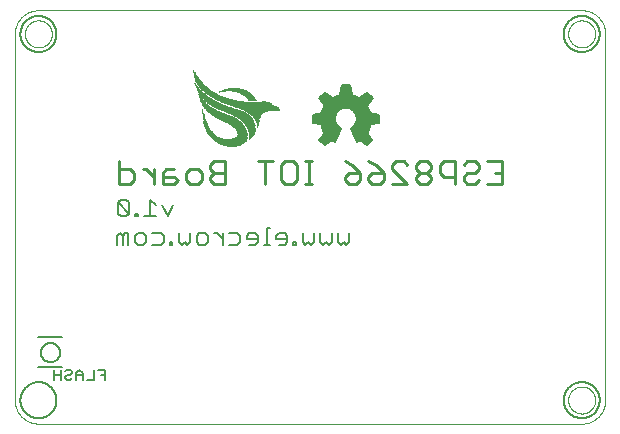
<source format=gbo>
G75*
%MOIN*%
%OFA0B0*%
%FSLAX25Y25*%
%IPPOS*%
%LPD*%
%AMOC8*
5,1,8,0,0,1.08239X$1,22.5*
%
%ADD10C,0.01000*%
%ADD11C,0.00800*%
%ADD12C,0.00000*%
%ADD13C,0.00100*%
%ADD14C,0.00600*%
%ADD15R,0.00850X0.00025*%
%ADD16R,0.01575X0.00025*%
%ADD17R,0.02050X0.00025*%
%ADD18R,0.02450X0.00025*%
%ADD19R,0.02775X0.00025*%
%ADD20R,0.03075X0.00025*%
%ADD21R,0.03350X0.00025*%
%ADD22R,0.03600X0.00025*%
%ADD23R,0.03825X0.00025*%
%ADD24R,0.04050X0.00025*%
%ADD25R,0.04250X0.00025*%
%ADD26R,0.04450X0.00025*%
%ADD27R,0.04625X0.00025*%
%ADD28R,0.04800X0.00025*%
%ADD29R,0.04975X0.00025*%
%ADD30R,0.05125X0.00025*%
%ADD31R,0.05275X0.00025*%
%ADD32R,0.05450X0.00025*%
%ADD33R,0.05575X0.00025*%
%ADD34R,0.05725X0.00025*%
%ADD35R,0.05875X0.00025*%
%ADD36R,0.06000X0.00025*%
%ADD37R,0.06150X0.00025*%
%ADD38R,0.06275X0.00025*%
%ADD39R,0.06400X0.00025*%
%ADD40R,0.06525X0.00025*%
%ADD41R,0.06625X0.00025*%
%ADD42R,0.06750X0.00025*%
%ADD43R,0.06850X0.00025*%
%ADD44R,0.06975X0.00025*%
%ADD45R,0.07075X0.00025*%
%ADD46R,0.07200X0.00025*%
%ADD47R,0.07300X0.00025*%
%ADD48R,0.07400X0.00025*%
%ADD49R,0.07500X0.00025*%
%ADD50R,0.07600X0.00025*%
%ADD51R,0.07700X0.00025*%
%ADD52R,0.07800X0.00025*%
%ADD53R,0.07875X0.00025*%
%ADD54R,0.07975X0.00025*%
%ADD55R,0.08050X0.00025*%
%ADD56R,0.08150X0.00025*%
%ADD57R,0.08225X0.00025*%
%ADD58R,0.08325X0.00025*%
%ADD59R,0.08425X0.00025*%
%ADD60R,0.08500X0.00025*%
%ADD61R,0.08600X0.00025*%
%ADD62R,0.08675X0.00025*%
%ADD63R,0.08750X0.00025*%
%ADD64R,0.08850X0.00025*%
%ADD65R,0.08900X0.00025*%
%ADD66R,0.08975X0.00025*%
%ADD67R,0.09050X0.00025*%
%ADD68R,0.09125X0.00025*%
%ADD69R,0.09225X0.00025*%
%ADD70R,0.09275X0.00025*%
%ADD71R,0.09350X0.00025*%
%ADD72R,0.09425X0.00025*%
%ADD73R,0.09500X0.00025*%
%ADD74R,0.09550X0.00025*%
%ADD75R,0.09600X0.00025*%
%ADD76R,0.09700X0.00025*%
%ADD77R,0.09750X0.00025*%
%ADD78R,0.09825X0.00025*%
%ADD79R,0.09900X0.00025*%
%ADD80R,0.09950X0.00025*%
%ADD81R,0.10000X0.00025*%
%ADD82R,0.10075X0.00025*%
%ADD83R,0.10125X0.00025*%
%ADD84R,0.10175X0.00025*%
%ADD85R,0.10275X0.00025*%
%ADD86R,0.10300X0.00025*%
%ADD87R,0.10350X0.00025*%
%ADD88R,0.10450X0.00025*%
%ADD89R,0.10475X0.00025*%
%ADD90R,0.10525X0.00025*%
%ADD91R,0.10600X0.00025*%
%ADD92R,0.10650X0.00025*%
%ADD93R,0.10725X0.00025*%
%ADD94R,0.10750X0.00025*%
%ADD95R,0.10775X0.00025*%
%ADD96R,0.10825X0.00025*%
%ADD97R,0.10850X0.00025*%
%ADD98R,0.10875X0.00025*%
%ADD99R,0.10925X0.00025*%
%ADD100R,0.10950X0.00025*%
%ADD101R,0.10975X0.00025*%
%ADD102R,0.11050X0.00025*%
%ADD103R,0.11075X0.00025*%
%ADD104R,0.11100X0.00025*%
%ADD105R,0.11150X0.00025*%
%ADD106R,0.11175X0.00025*%
%ADD107R,0.00025X0.00025*%
%ADD108R,0.06175X0.00025*%
%ADD109R,0.04125X0.00025*%
%ADD110R,0.00050X0.00025*%
%ADD111R,0.03875X0.00025*%
%ADD112R,0.00075X0.00025*%
%ADD113R,0.05700X0.00025*%
%ADD114R,0.03700X0.00025*%
%ADD115R,0.00125X0.00025*%
%ADD116R,0.05525X0.00025*%
%ADD117R,0.03575X0.00025*%
%ADD118R,0.00150X0.00025*%
%ADD119R,0.05375X0.00025*%
%ADD120R,0.03475X0.00025*%
%ADD121R,0.00175X0.00025*%
%ADD122R,0.05225X0.00025*%
%ADD123R,0.03375X0.00025*%
%ADD124R,0.00200X0.00025*%
%ADD125R,0.03300X0.00025*%
%ADD126R,0.00225X0.00025*%
%ADD127R,0.05025X0.00025*%
%ADD128R,0.03225X0.00025*%
%ADD129R,0.00250X0.00025*%
%ADD130R,0.04925X0.00025*%
%ADD131R,0.03150X0.00025*%
%ADD132R,0.00275X0.00025*%
%ADD133R,0.04825X0.00025*%
%ADD134R,0.00300X0.00025*%
%ADD135R,0.04750X0.00025*%
%ADD136R,0.03025X0.00025*%
%ADD137R,0.00325X0.00025*%
%ADD138R,0.04650X0.00025*%
%ADD139R,0.02975X0.00025*%
%ADD140R,0.00350X0.00025*%
%ADD141R,0.04550X0.00025*%
%ADD142R,0.02925X0.00025*%
%ADD143R,0.00375X0.00025*%
%ADD144R,0.04475X0.00025*%
%ADD145R,0.02875X0.00025*%
%ADD146R,0.00425X0.00025*%
%ADD147R,0.04400X0.00025*%
%ADD148R,0.02825X0.00025*%
%ADD149R,0.00450X0.00025*%
%ADD150R,0.04325X0.00025*%
%ADD151R,0.02800X0.00025*%
%ADD152R,0.02750X0.00025*%
%ADD153R,0.00500X0.00025*%
%ADD154R,0.04175X0.00025*%
%ADD155R,0.02700X0.00025*%
%ADD156R,0.00525X0.00025*%
%ADD157R,0.04100X0.00025*%
%ADD158R,0.02675X0.00025*%
%ADD159R,0.00550X0.00025*%
%ADD160R,0.02650X0.00025*%
%ADD161R,0.00575X0.00025*%
%ADD162R,0.03975X0.00025*%
%ADD163R,0.02600X0.00025*%
%ADD164R,0.00625X0.00025*%
%ADD165R,0.03900X0.00025*%
%ADD166R,0.02575X0.00025*%
%ADD167R,0.00650X0.00025*%
%ADD168R,0.02550X0.00025*%
%ADD169R,0.00675X0.00025*%
%ADD170R,0.03775X0.00025*%
%ADD171R,0.02525X0.00025*%
%ADD172R,0.00700X0.00025*%
%ADD173R,0.02500X0.00025*%
%ADD174R,0.00725X0.00025*%
%ADD175R,0.03650X0.00025*%
%ADD176R,0.02475X0.00025*%
%ADD177R,0.00750X0.00025*%
%ADD178R,0.03625X0.00025*%
%ADD179R,0.00775X0.00025*%
%ADD180R,0.02425X0.00025*%
%ADD181R,0.00800X0.00025*%
%ADD182R,0.02400X0.00025*%
%ADD183R,0.00825X0.00025*%
%ADD184R,0.02375X0.00025*%
%ADD185R,0.02350X0.00025*%
%ADD186R,0.00875X0.00025*%
%ADD187R,0.03550X0.00025*%
%ADD188R,0.02325X0.00025*%
%ADD189R,0.00900X0.00025*%
%ADD190R,0.02300X0.00025*%
%ADD191R,0.03525X0.00025*%
%ADD192R,0.00925X0.00025*%
%ADD193R,0.02275X0.00025*%
%ADD194R,0.00950X0.00025*%
%ADD195R,0.02250X0.00025*%
%ADD196R,0.00975X0.00025*%
%ADD197R,0.03500X0.00025*%
%ADD198R,0.01000X0.00025*%
%ADD199R,0.02225X0.00025*%
%ADD200R,0.01025X0.00025*%
%ADD201R,0.01075X0.00025*%
%ADD202R,0.02175X0.00025*%
%ADD203R,0.01100X0.00025*%
%ADD204R,0.01125X0.00025*%
%ADD205R,0.03450X0.00025*%
%ADD206R,0.02150X0.00025*%
%ADD207R,0.01150X0.00025*%
%ADD208R,0.03425X0.00025*%
%ADD209R,0.01175X0.00025*%
%ADD210R,0.02125X0.00025*%
%ADD211R,0.01200X0.00025*%
%ADD212R,0.03400X0.00025*%
%ADD213R,0.01225X0.00025*%
%ADD214R,0.02100X0.00025*%
%ADD215R,0.01250X0.00025*%
%ADD216R,0.01275X0.00025*%
%ADD217R,0.01325X0.00025*%
%ADD218R,0.01350X0.00025*%
%ADD219R,0.02025X0.00025*%
%ADD220R,0.01375X0.00025*%
%ADD221R,0.03325X0.00025*%
%ADD222R,0.01400X0.00025*%
%ADD223R,0.02000X0.00025*%
%ADD224R,0.01425X0.00025*%
%ADD225R,0.01975X0.00025*%
%ADD226R,0.01475X0.00025*%
%ADD227R,0.01500X0.00025*%
%ADD228R,0.01950X0.00025*%
%ADD229R,0.01925X0.00025*%
%ADD230R,0.01525X0.00025*%
%ADD231R,0.01550X0.00025*%
%ADD232R,0.03275X0.00025*%
%ADD233R,0.01625X0.00025*%
%ADD234R,0.01900X0.00025*%
%ADD235R,0.03250X0.00025*%
%ADD236R,0.01650X0.00025*%
%ADD237R,0.01675X0.00025*%
%ADD238R,0.01875X0.00025*%
%ADD239R,0.01700X0.00025*%
%ADD240R,0.01750X0.00025*%
%ADD241R,0.01850X0.00025*%
%ADD242R,0.01775X0.00025*%
%ADD243R,0.01800X0.00025*%
%ADD244R,0.03200X0.00025*%
%ADD245R,0.01825X0.00025*%
%ADD246R,0.03175X0.00025*%
%ADD247R,0.02075X0.00025*%
%ADD248R,0.01725X0.00025*%
%ADD249R,0.02200X0.00025*%
%ADD250R,0.01600X0.00025*%
%ADD251R,0.02625X0.00025*%
%ADD252R,0.02725X0.00025*%
%ADD253R,0.01450X0.00025*%
%ADD254R,0.00100X0.00025*%
%ADD255R,0.03675X0.00025*%
%ADD256R,0.02850X0.00025*%
%ADD257R,0.03725X0.00025*%
%ADD258R,0.03750X0.00025*%
%ADD259R,0.02900X0.00025*%
%ADD260R,0.03800X0.00025*%
%ADD261R,0.02950X0.00025*%
%ADD262R,0.03850X0.00025*%
%ADD263R,0.03000X0.00025*%
%ADD264R,0.03925X0.00025*%
%ADD265R,0.03950X0.00025*%
%ADD266R,0.00400X0.00025*%
%ADD267R,0.03050X0.00025*%
%ADD268R,0.04000X0.00025*%
%ADD269R,0.01300X0.00025*%
%ADD270R,0.03100X0.00025*%
%ADD271R,0.04025X0.00025*%
%ADD272R,0.03125X0.00025*%
%ADD273R,0.00475X0.00025*%
%ADD274R,0.04075X0.00025*%
%ADD275R,0.04150X0.00025*%
%ADD276R,0.00600X0.00025*%
%ADD277R,0.04200X0.00025*%
%ADD278R,0.04225X0.00025*%
%ADD279R,0.04375X0.00025*%
%ADD280R,0.04425X0.00025*%
%ADD281R,0.04500X0.00025*%
%ADD282R,0.04525X0.00025*%
%ADD283R,0.04575X0.00025*%
%ADD284R,0.04600X0.00025*%
%ADD285R,0.04700X0.00025*%
%ADD286R,0.04725X0.00025*%
%ADD287R,0.04775X0.00025*%
%ADD288R,0.04850X0.00025*%
%ADD289R,0.04875X0.00025*%
%ADD290R,0.04900X0.00025*%
%ADD291R,0.05000X0.00025*%
%ADD292R,0.05050X0.00025*%
%ADD293R,0.05075X0.00025*%
%ADD294R,0.05150X0.00025*%
%ADD295R,0.01050X0.00025*%
%ADD296R,0.05175X0.00025*%
%ADD297R,0.05200X0.00025*%
%ADD298R,0.05250X0.00025*%
%ADD299R,0.05300X0.00025*%
%ADD300R,0.05350X0.00025*%
%ADD301R,0.05400X0.00025*%
%ADD302R,0.05425X0.00025*%
%ADD303R,0.05475X0.00025*%
%ADD304R,0.05550X0.00025*%
%ADD305R,0.05600X0.00025*%
%ADD306R,0.05625X0.00025*%
%ADD307R,0.05650X0.00025*%
%ADD308R,0.05675X0.00025*%
%ADD309R,0.05750X0.00025*%
%ADD310R,0.05775X0.00025*%
%ADD311R,0.05800X0.00025*%
%ADD312R,0.05825X0.00025*%
%ADD313R,0.05850X0.00025*%
%ADD314R,0.04275X0.00025*%
%ADD315R,0.05900X0.00025*%
%ADD316R,0.04300X0.00025*%
%ADD317R,0.04350X0.00025*%
%ADD318R,0.04950X0.00025*%
%ADD319R,0.05500X0.00025*%
%ADD320R,0.05325X0.00025*%
%ADD321R,0.05100X0.00025*%
%ADD322R,0.04675X0.00025*%
%ADD323R,0.05925X0.00025*%
%ADD324R,0.05975X0.00025*%
%ADD325R,0.05950X0.00025*%
%ADD326R,0.06025X0.00025*%
%ADD327R,0.06050X0.00025*%
%ADD328R,0.06075X0.00025*%
%ADD329R,0.06250X0.00025*%
%ADD330R,0.06350X0.00025*%
%ADD331R,0.06100X0.00025*%
%ADD332R,0.06450X0.00025*%
%ADD333R,0.06125X0.00025*%
%ADD334R,0.06550X0.00025*%
%ADD335R,0.06675X0.00025*%
%ADD336R,0.06775X0.00025*%
%ADD337R,0.06875X0.00025*%
%ADD338R,0.07000X0.00025*%
%ADD339R,0.07100X0.00025*%
%ADD340R,0.07225X0.00025*%
%ADD341R,0.07375X0.00025*%
%ADD342R,0.06200X0.00025*%
%ADD343R,0.07650X0.00025*%
%ADD344R,0.07950X0.00025*%
%ADD345R,0.08125X0.00025*%
%ADD346R,0.08275X0.00025*%
%ADD347R,0.08475X0.00025*%
%ADD348R,0.08700X0.00025*%
%ADD349R,0.08950X0.00025*%
%ADD350R,0.09250X0.00025*%
%ADD351R,0.09650X0.00025*%
%ADD352R,0.12100X0.00025*%
%ADD353R,0.12125X0.00025*%
%ADD354R,0.12175X0.00025*%
%ADD355R,0.12200X0.00025*%
%ADD356R,0.12250X0.00025*%
%ADD357R,0.12275X0.00025*%
%ADD358R,0.12325X0.00025*%
%ADD359R,0.12350X0.00025*%
%ADD360R,0.12375X0.00025*%
%ADD361R,0.12425X0.00025*%
%ADD362R,0.12450X0.00025*%
%ADD363R,0.12475X0.00025*%
%ADD364R,0.12525X0.00025*%
%ADD365R,0.12575X0.00025*%
%ADD366R,0.12600X0.00025*%
%ADD367R,0.12625X0.00025*%
%ADD368R,0.12675X0.00025*%
%ADD369R,0.12725X0.00025*%
%ADD370R,0.12750X0.00025*%
%ADD371R,0.12775X0.00025*%
%ADD372R,0.12800X0.00025*%
%ADD373R,0.12850X0.00025*%
%ADD374R,0.12875X0.00025*%
%ADD375R,0.12925X0.00025*%
%ADD376R,0.12950X0.00025*%
%ADD377R,0.12975X0.00025*%
%ADD378R,0.13025X0.00025*%
%ADD379R,0.13100X0.00025*%
%ADD380R,0.13150X0.00025*%
%ADD381R,0.13200X0.00025*%
%ADD382R,0.13250X0.00025*%
%ADD383R,0.13325X0.00025*%
%ADD384R,0.13375X0.00025*%
%ADD385R,0.13400X0.00025*%
%ADD386R,0.13475X0.00025*%
%ADD387R,0.13525X0.00025*%
%ADD388R,0.13550X0.00025*%
%ADD389R,0.13625X0.00025*%
%ADD390R,0.13675X0.00025*%
%ADD391R,0.13700X0.00025*%
%ADD392R,0.13750X0.00025*%
%ADD393R,0.13775X0.00025*%
%ADD394R,0.13825X0.00025*%
%ADD395R,0.13875X0.00025*%
%ADD396R,0.13925X0.00025*%
%ADD397R,0.13975X0.00025*%
%ADD398R,0.14000X0.00025*%
%ADD399R,0.14025X0.00025*%
%ADD400R,0.14050X0.00025*%
%ADD401R,0.14075X0.00025*%
%ADD402R,0.14100X0.00025*%
%ADD403R,0.14125X0.00025*%
%ADD404R,0.14150X0.00025*%
%ADD405R,0.12300X0.00025*%
%ADD406R,0.12400X0.00025*%
%ADD407R,0.12500X0.00025*%
%ADD408R,0.12700X0.00025*%
%ADD409R,0.12825X0.00025*%
%ADD410R,0.13275X0.00025*%
%ADD411R,0.13350X0.00025*%
%ADD412R,0.13500X0.00025*%
%ADD413R,0.13950X0.00025*%
%ADD414R,0.14200X0.00025*%
%ADD415R,0.14700X0.00025*%
%ADD416R,0.14750X0.00025*%
%ADD417R,0.14800X0.00025*%
%ADD418R,0.14825X0.00025*%
%ADD419R,0.14850X0.00025*%
%ADD420R,0.14925X0.00025*%
%ADD421R,0.14975X0.00025*%
%ADD422R,0.15000X0.00025*%
%ADD423R,0.15050X0.00025*%
%ADD424R,0.15075X0.00025*%
%ADD425R,0.15125X0.00025*%
%ADD426R,0.15150X0.00025*%
%ADD427R,0.15175X0.00025*%
%ADD428R,0.15200X0.00025*%
%ADD429R,0.15250X0.00025*%
%ADD430R,0.15275X0.00025*%
%ADD431R,0.15300X0.00025*%
%ADD432R,0.15325X0.00025*%
%ADD433R,0.15350X0.00025*%
%ADD434R,0.09675X0.00025*%
%ADD435R,0.08450X0.00025*%
%ADD436R,0.08250X0.00025*%
%ADD437R,0.07850X0.00025*%
%ADD438R,0.07675X0.00025*%
%ADD439R,0.06950X0.00025*%
%ADD440R,0.06725X0.00025*%
%ADD441R,0.06500X0.00025*%
%ADD442R,0.06425X0.00025*%
%ADD443R,0.06300X0.00025*%
%ADD444R,0.06225X0.00025*%
%ADD445R,0.08025X0.00025*%
%ADD446R,0.07900X0.00025*%
%ADD447R,0.07575X0.00025*%
%ADD448R,0.07475X0.00025*%
%ADD449R,0.07325X0.00025*%
%ADD450R,0.06825X0.00025*%
%ADD451R,0.06575X0.00025*%
%ADD452C,0.00500*%
D10*
X0037755Y0083077D02*
X0041558Y0083077D01*
X0042826Y0084345D01*
X0042826Y0086880D01*
X0041558Y0088148D01*
X0037755Y0088148D01*
X0037755Y0090683D02*
X0037755Y0083077D01*
X0045622Y0088148D02*
X0046890Y0088148D01*
X0049425Y0085612D01*
X0052273Y0085612D02*
X0056076Y0085612D01*
X0057344Y0084345D01*
X0056076Y0083077D01*
X0052273Y0083077D01*
X0052273Y0086880D01*
X0053541Y0088148D01*
X0056076Y0088148D01*
X0060192Y0086880D02*
X0061459Y0088148D01*
X0063995Y0088148D01*
X0065263Y0086880D01*
X0065263Y0084345D01*
X0063995Y0083077D01*
X0061459Y0083077D01*
X0060192Y0084345D01*
X0060192Y0086880D01*
X0068110Y0085612D02*
X0068110Y0084345D01*
X0069378Y0083077D01*
X0073181Y0083077D01*
X0073181Y0090683D01*
X0069378Y0090683D01*
X0068110Y0089416D01*
X0068110Y0088148D01*
X0069378Y0086880D01*
X0073181Y0086880D01*
X0069378Y0086880D02*
X0068110Y0085612D01*
X0083948Y0090683D02*
X0089019Y0090683D01*
X0086483Y0090683D02*
X0086483Y0083077D01*
X0091867Y0084345D02*
X0093134Y0083077D01*
X0095670Y0083077D01*
X0096938Y0084345D01*
X0096938Y0089416D01*
X0095670Y0090683D01*
X0093134Y0090683D01*
X0091867Y0089416D01*
X0091867Y0084345D01*
X0099681Y0083077D02*
X0102217Y0083077D01*
X0100949Y0083077D02*
X0100949Y0090683D01*
X0102217Y0090683D02*
X0099681Y0090683D01*
X0112983Y0090683D02*
X0115519Y0089416D01*
X0118054Y0086880D01*
X0114251Y0086880D01*
X0112983Y0085612D01*
X0112983Y0084345D01*
X0114251Y0083077D01*
X0116787Y0083077D01*
X0118054Y0084345D01*
X0118054Y0086880D01*
X0120902Y0085612D02*
X0122170Y0086880D01*
X0125973Y0086880D01*
X0125973Y0084345D01*
X0124705Y0083077D01*
X0122170Y0083077D01*
X0120902Y0084345D01*
X0120902Y0085612D01*
X0123438Y0089416D02*
X0125973Y0086880D01*
X0128821Y0088148D02*
X0128821Y0089416D01*
X0130089Y0090683D01*
X0132624Y0090683D01*
X0133892Y0089416D01*
X0136740Y0089416D02*
X0136740Y0088148D01*
X0138007Y0086880D01*
X0140543Y0086880D01*
X0141811Y0088148D01*
X0141811Y0089416D01*
X0140543Y0090683D01*
X0138007Y0090683D01*
X0136740Y0089416D01*
X0138007Y0086880D02*
X0136740Y0085612D01*
X0136740Y0084345D01*
X0138007Y0083077D01*
X0140543Y0083077D01*
X0141811Y0084345D01*
X0141811Y0085612D01*
X0140543Y0086880D01*
X0144658Y0086880D02*
X0145926Y0085612D01*
X0149729Y0085612D01*
X0149729Y0083077D02*
X0149729Y0090683D01*
X0145926Y0090683D01*
X0144658Y0089416D01*
X0144658Y0086880D01*
X0152577Y0085612D02*
X0152577Y0084345D01*
X0153845Y0083077D01*
X0156380Y0083077D01*
X0157648Y0084345D01*
X0156380Y0086880D02*
X0153845Y0086880D01*
X0152577Y0085612D01*
X0152577Y0089416D02*
X0153845Y0090683D01*
X0156380Y0090683D01*
X0157648Y0089416D01*
X0157648Y0088148D01*
X0156380Y0086880D01*
X0160496Y0090683D02*
X0165567Y0090683D01*
X0165567Y0083077D01*
X0160496Y0083077D01*
X0163031Y0086880D02*
X0165567Y0086880D01*
X0133892Y0083077D02*
X0128821Y0088148D01*
X0123438Y0089416D02*
X0120902Y0090683D01*
X0128821Y0083077D02*
X0133892Y0083077D01*
X0049425Y0083077D02*
X0049425Y0088148D01*
D11*
X0048063Y0077952D02*
X0048063Y0072347D01*
X0049931Y0072347D02*
X0046195Y0072347D01*
X0044038Y0072347D02*
X0043104Y0072347D01*
X0043104Y0073281D01*
X0044038Y0073281D01*
X0044038Y0072347D01*
X0041092Y0073281D02*
X0037355Y0077018D01*
X0037355Y0073281D01*
X0038289Y0072347D01*
X0040158Y0072347D01*
X0041092Y0073281D01*
X0041092Y0077018D01*
X0040158Y0077952D01*
X0038289Y0077952D01*
X0037355Y0077018D01*
X0048063Y0077952D02*
X0049931Y0076083D01*
X0052088Y0076083D02*
X0053956Y0072347D01*
X0055824Y0076083D01*
X0057712Y0066658D02*
X0057712Y0063856D01*
X0058646Y0062922D01*
X0059580Y0063856D01*
X0060514Y0062922D01*
X0061448Y0063856D01*
X0061448Y0066658D01*
X0063605Y0065724D02*
X0064539Y0066658D01*
X0066407Y0066658D01*
X0067342Y0065724D01*
X0067342Y0063856D01*
X0066407Y0062922D01*
X0064539Y0062922D01*
X0063605Y0063856D01*
X0063605Y0065724D01*
X0069450Y0066658D02*
X0070384Y0066658D01*
X0072252Y0064790D01*
X0072252Y0062922D02*
X0072252Y0066658D01*
X0074409Y0066658D02*
X0077211Y0066658D01*
X0078145Y0065724D01*
X0078145Y0063856D01*
X0077211Y0062922D01*
X0074409Y0062922D01*
X0080302Y0064790D02*
X0084038Y0064790D01*
X0084038Y0063856D02*
X0084038Y0065724D01*
X0083104Y0066658D01*
X0081236Y0066658D01*
X0080302Y0065724D01*
X0080302Y0064790D01*
X0081236Y0062922D02*
X0083104Y0062922D01*
X0084038Y0063856D01*
X0086099Y0062922D02*
X0087967Y0062922D01*
X0087033Y0062922D02*
X0087033Y0068526D01*
X0087967Y0068526D01*
X0090124Y0065724D02*
X0091058Y0066658D01*
X0092926Y0066658D01*
X0093860Y0065724D01*
X0093860Y0063856D01*
X0092926Y0062922D01*
X0091058Y0062922D01*
X0090124Y0064790D02*
X0093860Y0064790D01*
X0095873Y0063856D02*
X0095873Y0062922D01*
X0096807Y0062922D01*
X0096807Y0063856D01*
X0095873Y0063856D01*
X0098963Y0063856D02*
X0098963Y0066658D01*
X0098963Y0063856D02*
X0099897Y0062922D01*
X0100831Y0063856D01*
X0101766Y0062922D01*
X0102700Y0063856D01*
X0102700Y0066658D01*
X0104856Y0066658D02*
X0104856Y0063856D01*
X0105790Y0062922D01*
X0106725Y0063856D01*
X0107659Y0062922D01*
X0108593Y0063856D01*
X0108593Y0066658D01*
X0110749Y0066658D02*
X0110749Y0063856D01*
X0111683Y0062922D01*
X0112618Y0063856D01*
X0113552Y0062922D01*
X0114486Y0063856D01*
X0114486Y0066658D01*
X0090124Y0065724D02*
X0090124Y0064790D01*
X0055555Y0063856D02*
X0055555Y0062922D01*
X0054621Y0062922D01*
X0054621Y0063856D01*
X0055555Y0063856D01*
X0052609Y0063856D02*
X0051675Y0062922D01*
X0048872Y0062922D01*
X0046716Y0063856D02*
X0045782Y0062922D01*
X0043914Y0062922D01*
X0042979Y0063856D01*
X0042979Y0065724D01*
X0043914Y0066658D01*
X0045782Y0066658D01*
X0046716Y0065724D01*
X0046716Y0063856D01*
X0048872Y0066658D02*
X0051675Y0066658D01*
X0052609Y0065724D01*
X0052609Y0063856D01*
X0040823Y0062922D02*
X0040823Y0066658D01*
X0039889Y0066658D01*
X0038955Y0065724D01*
X0038020Y0066658D01*
X0037086Y0065724D01*
X0037086Y0062922D01*
X0038955Y0062922D02*
X0038955Y0065724D01*
X0018906Y0032022D02*
X0010906Y0032022D01*
X0011705Y0027022D02*
X0011707Y0027135D01*
X0011713Y0027248D01*
X0011723Y0027360D01*
X0011737Y0027472D01*
X0011755Y0027584D01*
X0011777Y0027695D01*
X0011802Y0027805D01*
X0011832Y0027914D01*
X0011865Y0028022D01*
X0011902Y0028129D01*
X0011943Y0028234D01*
X0011988Y0028338D01*
X0012036Y0028440D01*
X0012088Y0028540D01*
X0012143Y0028639D01*
X0012202Y0028735D01*
X0012264Y0028830D01*
X0012330Y0028922D01*
X0012398Y0029011D01*
X0012470Y0029099D01*
X0012545Y0029183D01*
X0012623Y0029265D01*
X0012703Y0029345D01*
X0012787Y0029421D01*
X0012873Y0029494D01*
X0012961Y0029564D01*
X0013052Y0029631D01*
X0013145Y0029695D01*
X0013241Y0029756D01*
X0013338Y0029813D01*
X0013438Y0029866D01*
X0013539Y0029916D01*
X0013642Y0029963D01*
X0013747Y0030006D01*
X0013853Y0030045D01*
X0013960Y0030080D01*
X0014068Y0030111D01*
X0014178Y0030139D01*
X0014288Y0030163D01*
X0014400Y0030183D01*
X0014512Y0030199D01*
X0014624Y0030211D01*
X0014737Y0030219D01*
X0014850Y0030223D01*
X0014962Y0030223D01*
X0015075Y0030219D01*
X0015188Y0030211D01*
X0015300Y0030199D01*
X0015412Y0030183D01*
X0015524Y0030163D01*
X0015634Y0030139D01*
X0015744Y0030111D01*
X0015852Y0030080D01*
X0015959Y0030045D01*
X0016065Y0030006D01*
X0016170Y0029963D01*
X0016273Y0029916D01*
X0016374Y0029866D01*
X0016474Y0029813D01*
X0016571Y0029756D01*
X0016667Y0029695D01*
X0016760Y0029631D01*
X0016851Y0029564D01*
X0016939Y0029494D01*
X0017025Y0029421D01*
X0017109Y0029345D01*
X0017189Y0029265D01*
X0017267Y0029183D01*
X0017342Y0029099D01*
X0017414Y0029011D01*
X0017482Y0028922D01*
X0017548Y0028830D01*
X0017610Y0028735D01*
X0017669Y0028639D01*
X0017724Y0028540D01*
X0017776Y0028440D01*
X0017824Y0028338D01*
X0017869Y0028234D01*
X0017910Y0028129D01*
X0017947Y0028022D01*
X0017980Y0027914D01*
X0018010Y0027805D01*
X0018035Y0027695D01*
X0018057Y0027584D01*
X0018075Y0027472D01*
X0018089Y0027360D01*
X0018099Y0027248D01*
X0018105Y0027135D01*
X0018107Y0027022D01*
X0018105Y0026909D01*
X0018099Y0026796D01*
X0018089Y0026684D01*
X0018075Y0026572D01*
X0018057Y0026460D01*
X0018035Y0026349D01*
X0018010Y0026239D01*
X0017980Y0026130D01*
X0017947Y0026022D01*
X0017910Y0025915D01*
X0017869Y0025810D01*
X0017824Y0025706D01*
X0017776Y0025604D01*
X0017724Y0025504D01*
X0017669Y0025405D01*
X0017610Y0025309D01*
X0017548Y0025214D01*
X0017482Y0025122D01*
X0017414Y0025033D01*
X0017342Y0024945D01*
X0017267Y0024861D01*
X0017189Y0024779D01*
X0017109Y0024699D01*
X0017025Y0024623D01*
X0016939Y0024550D01*
X0016851Y0024480D01*
X0016760Y0024413D01*
X0016667Y0024349D01*
X0016571Y0024288D01*
X0016474Y0024231D01*
X0016374Y0024178D01*
X0016273Y0024128D01*
X0016170Y0024081D01*
X0016065Y0024038D01*
X0015959Y0023999D01*
X0015852Y0023964D01*
X0015744Y0023933D01*
X0015634Y0023905D01*
X0015524Y0023881D01*
X0015412Y0023861D01*
X0015300Y0023845D01*
X0015188Y0023833D01*
X0015075Y0023825D01*
X0014962Y0023821D01*
X0014850Y0023821D01*
X0014737Y0023825D01*
X0014624Y0023833D01*
X0014512Y0023845D01*
X0014400Y0023861D01*
X0014288Y0023881D01*
X0014178Y0023905D01*
X0014068Y0023933D01*
X0013960Y0023964D01*
X0013853Y0023999D01*
X0013747Y0024038D01*
X0013642Y0024081D01*
X0013539Y0024128D01*
X0013438Y0024178D01*
X0013338Y0024231D01*
X0013241Y0024288D01*
X0013145Y0024349D01*
X0013052Y0024413D01*
X0012961Y0024480D01*
X0012873Y0024550D01*
X0012787Y0024623D01*
X0012703Y0024699D01*
X0012623Y0024779D01*
X0012545Y0024861D01*
X0012470Y0024945D01*
X0012398Y0025033D01*
X0012330Y0025122D01*
X0012264Y0025214D01*
X0012202Y0025309D01*
X0012143Y0025405D01*
X0012088Y0025504D01*
X0012036Y0025604D01*
X0011988Y0025706D01*
X0011943Y0025810D01*
X0011902Y0025915D01*
X0011865Y0026022D01*
X0011832Y0026130D01*
X0011802Y0026239D01*
X0011777Y0026349D01*
X0011755Y0026460D01*
X0011737Y0026572D01*
X0011723Y0026684D01*
X0011713Y0026796D01*
X0011707Y0026909D01*
X0011705Y0027022D01*
X0010906Y0022022D02*
X0018906Y0022022D01*
X0004874Y0011124D02*
X0004876Y0011278D01*
X0004882Y0011433D01*
X0004892Y0011587D01*
X0004906Y0011741D01*
X0004924Y0011894D01*
X0004945Y0012047D01*
X0004971Y0012200D01*
X0005001Y0012351D01*
X0005034Y0012502D01*
X0005072Y0012652D01*
X0005113Y0012801D01*
X0005158Y0012949D01*
X0005207Y0013095D01*
X0005260Y0013241D01*
X0005316Y0013384D01*
X0005376Y0013527D01*
X0005440Y0013667D01*
X0005507Y0013807D01*
X0005578Y0013944D01*
X0005652Y0014079D01*
X0005730Y0014213D01*
X0005811Y0014344D01*
X0005896Y0014473D01*
X0005984Y0014601D01*
X0006075Y0014725D01*
X0006169Y0014848D01*
X0006267Y0014968D01*
X0006367Y0015085D01*
X0006471Y0015200D01*
X0006577Y0015312D01*
X0006686Y0015421D01*
X0006798Y0015527D01*
X0006913Y0015631D01*
X0007030Y0015731D01*
X0007150Y0015829D01*
X0007273Y0015923D01*
X0007397Y0016014D01*
X0007525Y0016102D01*
X0007654Y0016187D01*
X0007785Y0016268D01*
X0007919Y0016346D01*
X0008054Y0016420D01*
X0008191Y0016491D01*
X0008331Y0016558D01*
X0008471Y0016622D01*
X0008614Y0016682D01*
X0008757Y0016738D01*
X0008903Y0016791D01*
X0009049Y0016840D01*
X0009197Y0016885D01*
X0009346Y0016926D01*
X0009496Y0016964D01*
X0009647Y0016997D01*
X0009798Y0017027D01*
X0009951Y0017053D01*
X0010104Y0017074D01*
X0010257Y0017092D01*
X0010411Y0017106D01*
X0010565Y0017116D01*
X0010720Y0017122D01*
X0010874Y0017124D01*
X0011028Y0017122D01*
X0011183Y0017116D01*
X0011337Y0017106D01*
X0011491Y0017092D01*
X0011644Y0017074D01*
X0011797Y0017053D01*
X0011950Y0017027D01*
X0012101Y0016997D01*
X0012252Y0016964D01*
X0012402Y0016926D01*
X0012551Y0016885D01*
X0012699Y0016840D01*
X0012845Y0016791D01*
X0012991Y0016738D01*
X0013134Y0016682D01*
X0013277Y0016622D01*
X0013417Y0016558D01*
X0013557Y0016491D01*
X0013694Y0016420D01*
X0013829Y0016346D01*
X0013963Y0016268D01*
X0014094Y0016187D01*
X0014223Y0016102D01*
X0014351Y0016014D01*
X0014475Y0015923D01*
X0014598Y0015829D01*
X0014718Y0015731D01*
X0014835Y0015631D01*
X0014950Y0015527D01*
X0015062Y0015421D01*
X0015171Y0015312D01*
X0015277Y0015200D01*
X0015381Y0015085D01*
X0015481Y0014968D01*
X0015579Y0014848D01*
X0015673Y0014725D01*
X0015764Y0014601D01*
X0015852Y0014473D01*
X0015937Y0014344D01*
X0016018Y0014213D01*
X0016096Y0014079D01*
X0016170Y0013944D01*
X0016241Y0013807D01*
X0016308Y0013667D01*
X0016372Y0013527D01*
X0016432Y0013384D01*
X0016488Y0013241D01*
X0016541Y0013095D01*
X0016590Y0012949D01*
X0016635Y0012801D01*
X0016676Y0012652D01*
X0016714Y0012502D01*
X0016747Y0012351D01*
X0016777Y0012200D01*
X0016803Y0012047D01*
X0016824Y0011894D01*
X0016842Y0011741D01*
X0016856Y0011587D01*
X0016866Y0011433D01*
X0016872Y0011278D01*
X0016874Y0011124D01*
X0016872Y0010970D01*
X0016866Y0010815D01*
X0016856Y0010661D01*
X0016842Y0010507D01*
X0016824Y0010354D01*
X0016803Y0010201D01*
X0016777Y0010048D01*
X0016747Y0009897D01*
X0016714Y0009746D01*
X0016676Y0009596D01*
X0016635Y0009447D01*
X0016590Y0009299D01*
X0016541Y0009153D01*
X0016488Y0009007D01*
X0016432Y0008864D01*
X0016372Y0008721D01*
X0016308Y0008581D01*
X0016241Y0008441D01*
X0016170Y0008304D01*
X0016096Y0008169D01*
X0016018Y0008035D01*
X0015937Y0007904D01*
X0015852Y0007775D01*
X0015764Y0007647D01*
X0015673Y0007523D01*
X0015579Y0007400D01*
X0015481Y0007280D01*
X0015381Y0007163D01*
X0015277Y0007048D01*
X0015171Y0006936D01*
X0015062Y0006827D01*
X0014950Y0006721D01*
X0014835Y0006617D01*
X0014718Y0006517D01*
X0014598Y0006419D01*
X0014475Y0006325D01*
X0014351Y0006234D01*
X0014223Y0006146D01*
X0014094Y0006061D01*
X0013963Y0005980D01*
X0013829Y0005902D01*
X0013694Y0005828D01*
X0013557Y0005757D01*
X0013417Y0005690D01*
X0013277Y0005626D01*
X0013134Y0005566D01*
X0012991Y0005510D01*
X0012845Y0005457D01*
X0012699Y0005408D01*
X0012551Y0005363D01*
X0012402Y0005322D01*
X0012252Y0005284D01*
X0012101Y0005251D01*
X0011950Y0005221D01*
X0011797Y0005195D01*
X0011644Y0005174D01*
X0011491Y0005156D01*
X0011337Y0005142D01*
X0011183Y0005132D01*
X0011028Y0005126D01*
X0010874Y0005124D01*
X0010720Y0005126D01*
X0010565Y0005132D01*
X0010411Y0005142D01*
X0010257Y0005156D01*
X0010104Y0005174D01*
X0009951Y0005195D01*
X0009798Y0005221D01*
X0009647Y0005251D01*
X0009496Y0005284D01*
X0009346Y0005322D01*
X0009197Y0005363D01*
X0009049Y0005408D01*
X0008903Y0005457D01*
X0008757Y0005510D01*
X0008614Y0005566D01*
X0008471Y0005626D01*
X0008331Y0005690D01*
X0008191Y0005757D01*
X0008054Y0005828D01*
X0007919Y0005902D01*
X0007785Y0005980D01*
X0007654Y0006061D01*
X0007525Y0006146D01*
X0007397Y0006234D01*
X0007273Y0006325D01*
X0007150Y0006419D01*
X0007030Y0006517D01*
X0006913Y0006617D01*
X0006798Y0006721D01*
X0006686Y0006827D01*
X0006577Y0006936D01*
X0006471Y0007048D01*
X0006367Y0007163D01*
X0006267Y0007280D01*
X0006169Y0007400D01*
X0006075Y0007523D01*
X0005984Y0007647D01*
X0005896Y0007775D01*
X0005811Y0007904D01*
X0005730Y0008035D01*
X0005652Y0008169D01*
X0005578Y0008304D01*
X0005507Y0008441D01*
X0005440Y0008581D01*
X0005376Y0008721D01*
X0005316Y0008864D01*
X0005260Y0009007D01*
X0005207Y0009153D01*
X0005158Y0009299D01*
X0005113Y0009447D01*
X0005072Y0009596D01*
X0005034Y0009746D01*
X0005001Y0009897D01*
X0004971Y0010048D01*
X0004945Y0010201D01*
X0004924Y0010354D01*
X0004906Y0010507D01*
X0004892Y0010661D01*
X0004882Y0010815D01*
X0004876Y0010970D01*
X0004874Y0011124D01*
X0004874Y0133171D02*
X0004876Y0133325D01*
X0004882Y0133480D01*
X0004892Y0133634D01*
X0004906Y0133788D01*
X0004924Y0133941D01*
X0004945Y0134094D01*
X0004971Y0134247D01*
X0005001Y0134398D01*
X0005034Y0134549D01*
X0005072Y0134699D01*
X0005113Y0134848D01*
X0005158Y0134996D01*
X0005207Y0135142D01*
X0005260Y0135288D01*
X0005316Y0135431D01*
X0005376Y0135574D01*
X0005440Y0135714D01*
X0005507Y0135854D01*
X0005578Y0135991D01*
X0005652Y0136126D01*
X0005730Y0136260D01*
X0005811Y0136391D01*
X0005896Y0136520D01*
X0005984Y0136648D01*
X0006075Y0136772D01*
X0006169Y0136895D01*
X0006267Y0137015D01*
X0006367Y0137132D01*
X0006471Y0137247D01*
X0006577Y0137359D01*
X0006686Y0137468D01*
X0006798Y0137574D01*
X0006913Y0137678D01*
X0007030Y0137778D01*
X0007150Y0137876D01*
X0007273Y0137970D01*
X0007397Y0138061D01*
X0007525Y0138149D01*
X0007654Y0138234D01*
X0007785Y0138315D01*
X0007919Y0138393D01*
X0008054Y0138467D01*
X0008191Y0138538D01*
X0008331Y0138605D01*
X0008471Y0138669D01*
X0008614Y0138729D01*
X0008757Y0138785D01*
X0008903Y0138838D01*
X0009049Y0138887D01*
X0009197Y0138932D01*
X0009346Y0138973D01*
X0009496Y0139011D01*
X0009647Y0139044D01*
X0009798Y0139074D01*
X0009951Y0139100D01*
X0010104Y0139121D01*
X0010257Y0139139D01*
X0010411Y0139153D01*
X0010565Y0139163D01*
X0010720Y0139169D01*
X0010874Y0139171D01*
X0011028Y0139169D01*
X0011183Y0139163D01*
X0011337Y0139153D01*
X0011491Y0139139D01*
X0011644Y0139121D01*
X0011797Y0139100D01*
X0011950Y0139074D01*
X0012101Y0139044D01*
X0012252Y0139011D01*
X0012402Y0138973D01*
X0012551Y0138932D01*
X0012699Y0138887D01*
X0012845Y0138838D01*
X0012991Y0138785D01*
X0013134Y0138729D01*
X0013277Y0138669D01*
X0013417Y0138605D01*
X0013557Y0138538D01*
X0013694Y0138467D01*
X0013829Y0138393D01*
X0013963Y0138315D01*
X0014094Y0138234D01*
X0014223Y0138149D01*
X0014351Y0138061D01*
X0014475Y0137970D01*
X0014598Y0137876D01*
X0014718Y0137778D01*
X0014835Y0137678D01*
X0014950Y0137574D01*
X0015062Y0137468D01*
X0015171Y0137359D01*
X0015277Y0137247D01*
X0015381Y0137132D01*
X0015481Y0137015D01*
X0015579Y0136895D01*
X0015673Y0136772D01*
X0015764Y0136648D01*
X0015852Y0136520D01*
X0015937Y0136391D01*
X0016018Y0136260D01*
X0016096Y0136126D01*
X0016170Y0135991D01*
X0016241Y0135854D01*
X0016308Y0135714D01*
X0016372Y0135574D01*
X0016432Y0135431D01*
X0016488Y0135288D01*
X0016541Y0135142D01*
X0016590Y0134996D01*
X0016635Y0134848D01*
X0016676Y0134699D01*
X0016714Y0134549D01*
X0016747Y0134398D01*
X0016777Y0134247D01*
X0016803Y0134094D01*
X0016824Y0133941D01*
X0016842Y0133788D01*
X0016856Y0133634D01*
X0016866Y0133480D01*
X0016872Y0133325D01*
X0016874Y0133171D01*
X0016872Y0133017D01*
X0016866Y0132862D01*
X0016856Y0132708D01*
X0016842Y0132554D01*
X0016824Y0132401D01*
X0016803Y0132248D01*
X0016777Y0132095D01*
X0016747Y0131944D01*
X0016714Y0131793D01*
X0016676Y0131643D01*
X0016635Y0131494D01*
X0016590Y0131346D01*
X0016541Y0131200D01*
X0016488Y0131054D01*
X0016432Y0130911D01*
X0016372Y0130768D01*
X0016308Y0130628D01*
X0016241Y0130488D01*
X0016170Y0130351D01*
X0016096Y0130216D01*
X0016018Y0130082D01*
X0015937Y0129951D01*
X0015852Y0129822D01*
X0015764Y0129694D01*
X0015673Y0129570D01*
X0015579Y0129447D01*
X0015481Y0129327D01*
X0015381Y0129210D01*
X0015277Y0129095D01*
X0015171Y0128983D01*
X0015062Y0128874D01*
X0014950Y0128768D01*
X0014835Y0128664D01*
X0014718Y0128564D01*
X0014598Y0128466D01*
X0014475Y0128372D01*
X0014351Y0128281D01*
X0014223Y0128193D01*
X0014094Y0128108D01*
X0013963Y0128027D01*
X0013829Y0127949D01*
X0013694Y0127875D01*
X0013557Y0127804D01*
X0013417Y0127737D01*
X0013277Y0127673D01*
X0013134Y0127613D01*
X0012991Y0127557D01*
X0012845Y0127504D01*
X0012699Y0127455D01*
X0012551Y0127410D01*
X0012402Y0127369D01*
X0012252Y0127331D01*
X0012101Y0127298D01*
X0011950Y0127268D01*
X0011797Y0127242D01*
X0011644Y0127221D01*
X0011491Y0127203D01*
X0011337Y0127189D01*
X0011183Y0127179D01*
X0011028Y0127173D01*
X0010874Y0127171D01*
X0010720Y0127173D01*
X0010565Y0127179D01*
X0010411Y0127189D01*
X0010257Y0127203D01*
X0010104Y0127221D01*
X0009951Y0127242D01*
X0009798Y0127268D01*
X0009647Y0127298D01*
X0009496Y0127331D01*
X0009346Y0127369D01*
X0009197Y0127410D01*
X0009049Y0127455D01*
X0008903Y0127504D01*
X0008757Y0127557D01*
X0008614Y0127613D01*
X0008471Y0127673D01*
X0008331Y0127737D01*
X0008191Y0127804D01*
X0008054Y0127875D01*
X0007919Y0127949D01*
X0007785Y0128027D01*
X0007654Y0128108D01*
X0007525Y0128193D01*
X0007397Y0128281D01*
X0007273Y0128372D01*
X0007150Y0128466D01*
X0007030Y0128564D01*
X0006913Y0128664D01*
X0006798Y0128768D01*
X0006686Y0128874D01*
X0006577Y0128983D01*
X0006471Y0129095D01*
X0006367Y0129210D01*
X0006267Y0129327D01*
X0006169Y0129447D01*
X0006075Y0129570D01*
X0005984Y0129694D01*
X0005896Y0129822D01*
X0005811Y0129951D01*
X0005730Y0130082D01*
X0005652Y0130216D01*
X0005578Y0130351D01*
X0005507Y0130488D01*
X0005440Y0130628D01*
X0005376Y0130768D01*
X0005316Y0130911D01*
X0005260Y0131054D01*
X0005207Y0131200D01*
X0005158Y0131346D01*
X0005113Y0131494D01*
X0005072Y0131643D01*
X0005034Y0131793D01*
X0005001Y0131944D01*
X0004971Y0132095D01*
X0004945Y0132248D01*
X0004924Y0132401D01*
X0004906Y0132554D01*
X0004892Y0132708D01*
X0004882Y0132862D01*
X0004876Y0133017D01*
X0004874Y0133171D01*
X0185976Y0133171D02*
X0185978Y0133325D01*
X0185984Y0133480D01*
X0185994Y0133634D01*
X0186008Y0133788D01*
X0186026Y0133941D01*
X0186047Y0134094D01*
X0186073Y0134247D01*
X0186103Y0134398D01*
X0186136Y0134549D01*
X0186174Y0134699D01*
X0186215Y0134848D01*
X0186260Y0134996D01*
X0186309Y0135142D01*
X0186362Y0135288D01*
X0186418Y0135431D01*
X0186478Y0135574D01*
X0186542Y0135714D01*
X0186609Y0135854D01*
X0186680Y0135991D01*
X0186754Y0136126D01*
X0186832Y0136260D01*
X0186913Y0136391D01*
X0186998Y0136520D01*
X0187086Y0136648D01*
X0187177Y0136772D01*
X0187271Y0136895D01*
X0187369Y0137015D01*
X0187469Y0137132D01*
X0187573Y0137247D01*
X0187679Y0137359D01*
X0187788Y0137468D01*
X0187900Y0137574D01*
X0188015Y0137678D01*
X0188132Y0137778D01*
X0188252Y0137876D01*
X0188375Y0137970D01*
X0188499Y0138061D01*
X0188627Y0138149D01*
X0188756Y0138234D01*
X0188887Y0138315D01*
X0189021Y0138393D01*
X0189156Y0138467D01*
X0189293Y0138538D01*
X0189433Y0138605D01*
X0189573Y0138669D01*
X0189716Y0138729D01*
X0189859Y0138785D01*
X0190005Y0138838D01*
X0190151Y0138887D01*
X0190299Y0138932D01*
X0190448Y0138973D01*
X0190598Y0139011D01*
X0190749Y0139044D01*
X0190900Y0139074D01*
X0191053Y0139100D01*
X0191206Y0139121D01*
X0191359Y0139139D01*
X0191513Y0139153D01*
X0191667Y0139163D01*
X0191822Y0139169D01*
X0191976Y0139171D01*
X0192130Y0139169D01*
X0192285Y0139163D01*
X0192439Y0139153D01*
X0192593Y0139139D01*
X0192746Y0139121D01*
X0192899Y0139100D01*
X0193052Y0139074D01*
X0193203Y0139044D01*
X0193354Y0139011D01*
X0193504Y0138973D01*
X0193653Y0138932D01*
X0193801Y0138887D01*
X0193947Y0138838D01*
X0194093Y0138785D01*
X0194236Y0138729D01*
X0194379Y0138669D01*
X0194519Y0138605D01*
X0194659Y0138538D01*
X0194796Y0138467D01*
X0194931Y0138393D01*
X0195065Y0138315D01*
X0195196Y0138234D01*
X0195325Y0138149D01*
X0195453Y0138061D01*
X0195577Y0137970D01*
X0195700Y0137876D01*
X0195820Y0137778D01*
X0195937Y0137678D01*
X0196052Y0137574D01*
X0196164Y0137468D01*
X0196273Y0137359D01*
X0196379Y0137247D01*
X0196483Y0137132D01*
X0196583Y0137015D01*
X0196681Y0136895D01*
X0196775Y0136772D01*
X0196866Y0136648D01*
X0196954Y0136520D01*
X0197039Y0136391D01*
X0197120Y0136260D01*
X0197198Y0136126D01*
X0197272Y0135991D01*
X0197343Y0135854D01*
X0197410Y0135714D01*
X0197474Y0135574D01*
X0197534Y0135431D01*
X0197590Y0135288D01*
X0197643Y0135142D01*
X0197692Y0134996D01*
X0197737Y0134848D01*
X0197778Y0134699D01*
X0197816Y0134549D01*
X0197849Y0134398D01*
X0197879Y0134247D01*
X0197905Y0134094D01*
X0197926Y0133941D01*
X0197944Y0133788D01*
X0197958Y0133634D01*
X0197968Y0133480D01*
X0197974Y0133325D01*
X0197976Y0133171D01*
X0197974Y0133017D01*
X0197968Y0132862D01*
X0197958Y0132708D01*
X0197944Y0132554D01*
X0197926Y0132401D01*
X0197905Y0132248D01*
X0197879Y0132095D01*
X0197849Y0131944D01*
X0197816Y0131793D01*
X0197778Y0131643D01*
X0197737Y0131494D01*
X0197692Y0131346D01*
X0197643Y0131200D01*
X0197590Y0131054D01*
X0197534Y0130911D01*
X0197474Y0130768D01*
X0197410Y0130628D01*
X0197343Y0130488D01*
X0197272Y0130351D01*
X0197198Y0130216D01*
X0197120Y0130082D01*
X0197039Y0129951D01*
X0196954Y0129822D01*
X0196866Y0129694D01*
X0196775Y0129570D01*
X0196681Y0129447D01*
X0196583Y0129327D01*
X0196483Y0129210D01*
X0196379Y0129095D01*
X0196273Y0128983D01*
X0196164Y0128874D01*
X0196052Y0128768D01*
X0195937Y0128664D01*
X0195820Y0128564D01*
X0195700Y0128466D01*
X0195577Y0128372D01*
X0195453Y0128281D01*
X0195325Y0128193D01*
X0195196Y0128108D01*
X0195065Y0128027D01*
X0194931Y0127949D01*
X0194796Y0127875D01*
X0194659Y0127804D01*
X0194519Y0127737D01*
X0194379Y0127673D01*
X0194236Y0127613D01*
X0194093Y0127557D01*
X0193947Y0127504D01*
X0193801Y0127455D01*
X0193653Y0127410D01*
X0193504Y0127369D01*
X0193354Y0127331D01*
X0193203Y0127298D01*
X0193052Y0127268D01*
X0192899Y0127242D01*
X0192746Y0127221D01*
X0192593Y0127203D01*
X0192439Y0127189D01*
X0192285Y0127179D01*
X0192130Y0127173D01*
X0191976Y0127171D01*
X0191822Y0127173D01*
X0191667Y0127179D01*
X0191513Y0127189D01*
X0191359Y0127203D01*
X0191206Y0127221D01*
X0191053Y0127242D01*
X0190900Y0127268D01*
X0190749Y0127298D01*
X0190598Y0127331D01*
X0190448Y0127369D01*
X0190299Y0127410D01*
X0190151Y0127455D01*
X0190005Y0127504D01*
X0189859Y0127557D01*
X0189716Y0127613D01*
X0189573Y0127673D01*
X0189433Y0127737D01*
X0189293Y0127804D01*
X0189156Y0127875D01*
X0189021Y0127949D01*
X0188887Y0128027D01*
X0188756Y0128108D01*
X0188627Y0128193D01*
X0188499Y0128281D01*
X0188375Y0128372D01*
X0188252Y0128466D01*
X0188132Y0128564D01*
X0188015Y0128664D01*
X0187900Y0128768D01*
X0187788Y0128874D01*
X0187679Y0128983D01*
X0187573Y0129095D01*
X0187469Y0129210D01*
X0187369Y0129327D01*
X0187271Y0129447D01*
X0187177Y0129570D01*
X0187086Y0129694D01*
X0186998Y0129822D01*
X0186913Y0129951D01*
X0186832Y0130082D01*
X0186754Y0130216D01*
X0186680Y0130351D01*
X0186609Y0130488D01*
X0186542Y0130628D01*
X0186478Y0130768D01*
X0186418Y0130911D01*
X0186362Y0131054D01*
X0186309Y0131200D01*
X0186260Y0131346D01*
X0186215Y0131494D01*
X0186174Y0131643D01*
X0186136Y0131793D01*
X0186103Y0131944D01*
X0186073Y0132095D01*
X0186047Y0132248D01*
X0186026Y0132401D01*
X0186008Y0132554D01*
X0185994Y0132708D01*
X0185984Y0132862D01*
X0185978Y0133017D01*
X0185976Y0133171D01*
X0185976Y0011124D02*
X0185978Y0011278D01*
X0185984Y0011433D01*
X0185994Y0011587D01*
X0186008Y0011741D01*
X0186026Y0011894D01*
X0186047Y0012047D01*
X0186073Y0012200D01*
X0186103Y0012351D01*
X0186136Y0012502D01*
X0186174Y0012652D01*
X0186215Y0012801D01*
X0186260Y0012949D01*
X0186309Y0013095D01*
X0186362Y0013241D01*
X0186418Y0013384D01*
X0186478Y0013527D01*
X0186542Y0013667D01*
X0186609Y0013807D01*
X0186680Y0013944D01*
X0186754Y0014079D01*
X0186832Y0014213D01*
X0186913Y0014344D01*
X0186998Y0014473D01*
X0187086Y0014601D01*
X0187177Y0014725D01*
X0187271Y0014848D01*
X0187369Y0014968D01*
X0187469Y0015085D01*
X0187573Y0015200D01*
X0187679Y0015312D01*
X0187788Y0015421D01*
X0187900Y0015527D01*
X0188015Y0015631D01*
X0188132Y0015731D01*
X0188252Y0015829D01*
X0188375Y0015923D01*
X0188499Y0016014D01*
X0188627Y0016102D01*
X0188756Y0016187D01*
X0188887Y0016268D01*
X0189021Y0016346D01*
X0189156Y0016420D01*
X0189293Y0016491D01*
X0189433Y0016558D01*
X0189573Y0016622D01*
X0189716Y0016682D01*
X0189859Y0016738D01*
X0190005Y0016791D01*
X0190151Y0016840D01*
X0190299Y0016885D01*
X0190448Y0016926D01*
X0190598Y0016964D01*
X0190749Y0016997D01*
X0190900Y0017027D01*
X0191053Y0017053D01*
X0191206Y0017074D01*
X0191359Y0017092D01*
X0191513Y0017106D01*
X0191667Y0017116D01*
X0191822Y0017122D01*
X0191976Y0017124D01*
X0192130Y0017122D01*
X0192285Y0017116D01*
X0192439Y0017106D01*
X0192593Y0017092D01*
X0192746Y0017074D01*
X0192899Y0017053D01*
X0193052Y0017027D01*
X0193203Y0016997D01*
X0193354Y0016964D01*
X0193504Y0016926D01*
X0193653Y0016885D01*
X0193801Y0016840D01*
X0193947Y0016791D01*
X0194093Y0016738D01*
X0194236Y0016682D01*
X0194379Y0016622D01*
X0194519Y0016558D01*
X0194659Y0016491D01*
X0194796Y0016420D01*
X0194931Y0016346D01*
X0195065Y0016268D01*
X0195196Y0016187D01*
X0195325Y0016102D01*
X0195453Y0016014D01*
X0195577Y0015923D01*
X0195700Y0015829D01*
X0195820Y0015731D01*
X0195937Y0015631D01*
X0196052Y0015527D01*
X0196164Y0015421D01*
X0196273Y0015312D01*
X0196379Y0015200D01*
X0196483Y0015085D01*
X0196583Y0014968D01*
X0196681Y0014848D01*
X0196775Y0014725D01*
X0196866Y0014601D01*
X0196954Y0014473D01*
X0197039Y0014344D01*
X0197120Y0014213D01*
X0197198Y0014079D01*
X0197272Y0013944D01*
X0197343Y0013807D01*
X0197410Y0013667D01*
X0197474Y0013527D01*
X0197534Y0013384D01*
X0197590Y0013241D01*
X0197643Y0013095D01*
X0197692Y0012949D01*
X0197737Y0012801D01*
X0197778Y0012652D01*
X0197816Y0012502D01*
X0197849Y0012351D01*
X0197879Y0012200D01*
X0197905Y0012047D01*
X0197926Y0011894D01*
X0197944Y0011741D01*
X0197958Y0011587D01*
X0197968Y0011433D01*
X0197974Y0011278D01*
X0197976Y0011124D01*
X0197974Y0010970D01*
X0197968Y0010815D01*
X0197958Y0010661D01*
X0197944Y0010507D01*
X0197926Y0010354D01*
X0197905Y0010201D01*
X0197879Y0010048D01*
X0197849Y0009897D01*
X0197816Y0009746D01*
X0197778Y0009596D01*
X0197737Y0009447D01*
X0197692Y0009299D01*
X0197643Y0009153D01*
X0197590Y0009007D01*
X0197534Y0008864D01*
X0197474Y0008721D01*
X0197410Y0008581D01*
X0197343Y0008441D01*
X0197272Y0008304D01*
X0197198Y0008169D01*
X0197120Y0008035D01*
X0197039Y0007904D01*
X0196954Y0007775D01*
X0196866Y0007647D01*
X0196775Y0007523D01*
X0196681Y0007400D01*
X0196583Y0007280D01*
X0196483Y0007163D01*
X0196379Y0007048D01*
X0196273Y0006936D01*
X0196164Y0006827D01*
X0196052Y0006721D01*
X0195937Y0006617D01*
X0195820Y0006517D01*
X0195700Y0006419D01*
X0195577Y0006325D01*
X0195453Y0006234D01*
X0195325Y0006146D01*
X0195196Y0006061D01*
X0195065Y0005980D01*
X0194931Y0005902D01*
X0194796Y0005828D01*
X0194659Y0005757D01*
X0194519Y0005690D01*
X0194379Y0005626D01*
X0194236Y0005566D01*
X0194093Y0005510D01*
X0193947Y0005457D01*
X0193801Y0005408D01*
X0193653Y0005363D01*
X0193504Y0005322D01*
X0193354Y0005284D01*
X0193203Y0005251D01*
X0193052Y0005221D01*
X0192899Y0005195D01*
X0192746Y0005174D01*
X0192593Y0005156D01*
X0192439Y0005142D01*
X0192285Y0005132D01*
X0192130Y0005126D01*
X0191976Y0005124D01*
X0191822Y0005126D01*
X0191667Y0005132D01*
X0191513Y0005142D01*
X0191359Y0005156D01*
X0191206Y0005174D01*
X0191053Y0005195D01*
X0190900Y0005221D01*
X0190749Y0005251D01*
X0190598Y0005284D01*
X0190448Y0005322D01*
X0190299Y0005363D01*
X0190151Y0005408D01*
X0190005Y0005457D01*
X0189859Y0005510D01*
X0189716Y0005566D01*
X0189573Y0005626D01*
X0189433Y0005690D01*
X0189293Y0005757D01*
X0189156Y0005828D01*
X0189021Y0005902D01*
X0188887Y0005980D01*
X0188756Y0006061D01*
X0188627Y0006146D01*
X0188499Y0006234D01*
X0188375Y0006325D01*
X0188252Y0006419D01*
X0188132Y0006517D01*
X0188015Y0006617D01*
X0187900Y0006721D01*
X0187788Y0006827D01*
X0187679Y0006936D01*
X0187573Y0007048D01*
X0187469Y0007163D01*
X0187369Y0007280D01*
X0187271Y0007400D01*
X0187177Y0007523D01*
X0187086Y0007647D01*
X0186998Y0007775D01*
X0186913Y0007904D01*
X0186832Y0008035D01*
X0186754Y0008169D01*
X0186680Y0008304D01*
X0186609Y0008441D01*
X0186542Y0008581D01*
X0186478Y0008721D01*
X0186418Y0008864D01*
X0186362Y0009007D01*
X0186309Y0009153D01*
X0186260Y0009299D01*
X0186215Y0009447D01*
X0186174Y0009596D01*
X0186136Y0009746D01*
X0186103Y0009897D01*
X0186073Y0010048D01*
X0186047Y0010201D01*
X0186026Y0010354D01*
X0186008Y0010507D01*
X0185994Y0010661D01*
X0185984Y0010815D01*
X0185978Y0010970D01*
X0185976Y0011124D01*
D12*
X0191976Y0003250D02*
X0010874Y0003250D01*
X0010684Y0003252D01*
X0010494Y0003259D01*
X0010304Y0003271D01*
X0010114Y0003287D01*
X0009925Y0003307D01*
X0009736Y0003333D01*
X0009548Y0003362D01*
X0009361Y0003397D01*
X0009175Y0003436D01*
X0008990Y0003479D01*
X0008805Y0003527D01*
X0008622Y0003579D01*
X0008441Y0003635D01*
X0008261Y0003696D01*
X0008082Y0003762D01*
X0007905Y0003831D01*
X0007729Y0003905D01*
X0007556Y0003983D01*
X0007384Y0004066D01*
X0007215Y0004152D01*
X0007047Y0004242D01*
X0006882Y0004337D01*
X0006719Y0004435D01*
X0006559Y0004538D01*
X0006401Y0004644D01*
X0006246Y0004754D01*
X0006093Y0004867D01*
X0005943Y0004985D01*
X0005797Y0005106D01*
X0005653Y0005230D01*
X0005512Y0005358D01*
X0005374Y0005489D01*
X0005239Y0005624D01*
X0005108Y0005762D01*
X0004980Y0005903D01*
X0004856Y0006047D01*
X0004735Y0006193D01*
X0004617Y0006343D01*
X0004504Y0006496D01*
X0004394Y0006651D01*
X0004288Y0006809D01*
X0004185Y0006969D01*
X0004087Y0007132D01*
X0003992Y0007297D01*
X0003902Y0007465D01*
X0003816Y0007634D01*
X0003733Y0007806D01*
X0003655Y0007979D01*
X0003581Y0008155D01*
X0003512Y0008332D01*
X0003446Y0008511D01*
X0003385Y0008691D01*
X0003329Y0008872D01*
X0003277Y0009055D01*
X0003229Y0009240D01*
X0003186Y0009425D01*
X0003147Y0009611D01*
X0003112Y0009798D01*
X0003083Y0009986D01*
X0003057Y0010175D01*
X0003037Y0010364D01*
X0003021Y0010554D01*
X0003009Y0010744D01*
X0003002Y0010934D01*
X0003000Y0011124D01*
X0003000Y0133171D01*
X0003002Y0133361D01*
X0003009Y0133551D01*
X0003021Y0133741D01*
X0003037Y0133931D01*
X0003057Y0134120D01*
X0003083Y0134309D01*
X0003112Y0134497D01*
X0003147Y0134684D01*
X0003186Y0134870D01*
X0003229Y0135055D01*
X0003277Y0135240D01*
X0003329Y0135423D01*
X0003385Y0135604D01*
X0003446Y0135784D01*
X0003512Y0135963D01*
X0003581Y0136140D01*
X0003655Y0136316D01*
X0003733Y0136489D01*
X0003816Y0136661D01*
X0003902Y0136830D01*
X0003992Y0136998D01*
X0004087Y0137163D01*
X0004185Y0137326D01*
X0004288Y0137486D01*
X0004394Y0137644D01*
X0004504Y0137799D01*
X0004617Y0137952D01*
X0004735Y0138102D01*
X0004856Y0138248D01*
X0004980Y0138392D01*
X0005108Y0138533D01*
X0005239Y0138671D01*
X0005374Y0138806D01*
X0005512Y0138937D01*
X0005653Y0139065D01*
X0005797Y0139189D01*
X0005943Y0139310D01*
X0006093Y0139428D01*
X0006246Y0139541D01*
X0006401Y0139651D01*
X0006559Y0139757D01*
X0006719Y0139860D01*
X0006882Y0139958D01*
X0007047Y0140053D01*
X0007215Y0140143D01*
X0007384Y0140229D01*
X0007556Y0140312D01*
X0007729Y0140390D01*
X0007905Y0140464D01*
X0008082Y0140533D01*
X0008261Y0140599D01*
X0008441Y0140660D01*
X0008622Y0140716D01*
X0008805Y0140768D01*
X0008990Y0140816D01*
X0009175Y0140859D01*
X0009361Y0140898D01*
X0009548Y0140933D01*
X0009736Y0140962D01*
X0009925Y0140988D01*
X0010114Y0141008D01*
X0010304Y0141024D01*
X0010494Y0141036D01*
X0010684Y0141043D01*
X0010874Y0141045D01*
X0191976Y0141045D01*
X0192166Y0141043D01*
X0192356Y0141036D01*
X0192546Y0141024D01*
X0192736Y0141008D01*
X0192925Y0140988D01*
X0193114Y0140962D01*
X0193302Y0140933D01*
X0193489Y0140898D01*
X0193675Y0140859D01*
X0193860Y0140816D01*
X0194045Y0140768D01*
X0194228Y0140716D01*
X0194409Y0140660D01*
X0194589Y0140599D01*
X0194768Y0140533D01*
X0194945Y0140464D01*
X0195121Y0140390D01*
X0195294Y0140312D01*
X0195466Y0140229D01*
X0195635Y0140143D01*
X0195803Y0140053D01*
X0195968Y0139958D01*
X0196131Y0139860D01*
X0196291Y0139757D01*
X0196449Y0139651D01*
X0196604Y0139541D01*
X0196757Y0139428D01*
X0196907Y0139310D01*
X0197053Y0139189D01*
X0197197Y0139065D01*
X0197338Y0138937D01*
X0197476Y0138806D01*
X0197611Y0138671D01*
X0197742Y0138533D01*
X0197870Y0138392D01*
X0197994Y0138248D01*
X0198115Y0138102D01*
X0198233Y0137952D01*
X0198346Y0137799D01*
X0198456Y0137644D01*
X0198562Y0137486D01*
X0198665Y0137326D01*
X0198763Y0137163D01*
X0198858Y0136998D01*
X0198948Y0136830D01*
X0199034Y0136661D01*
X0199117Y0136489D01*
X0199195Y0136316D01*
X0199269Y0136140D01*
X0199338Y0135963D01*
X0199404Y0135784D01*
X0199465Y0135604D01*
X0199521Y0135423D01*
X0199573Y0135240D01*
X0199621Y0135055D01*
X0199664Y0134870D01*
X0199703Y0134684D01*
X0199738Y0134497D01*
X0199767Y0134309D01*
X0199793Y0134120D01*
X0199813Y0133931D01*
X0199829Y0133741D01*
X0199841Y0133551D01*
X0199848Y0133361D01*
X0199850Y0133171D01*
X0199850Y0011124D01*
X0199848Y0010934D01*
X0199841Y0010744D01*
X0199829Y0010554D01*
X0199813Y0010364D01*
X0199793Y0010175D01*
X0199767Y0009986D01*
X0199738Y0009798D01*
X0199703Y0009611D01*
X0199664Y0009425D01*
X0199621Y0009240D01*
X0199573Y0009055D01*
X0199521Y0008872D01*
X0199465Y0008691D01*
X0199404Y0008511D01*
X0199338Y0008332D01*
X0199269Y0008155D01*
X0199195Y0007979D01*
X0199117Y0007806D01*
X0199034Y0007634D01*
X0198948Y0007465D01*
X0198858Y0007297D01*
X0198763Y0007132D01*
X0198665Y0006969D01*
X0198562Y0006809D01*
X0198456Y0006651D01*
X0198346Y0006496D01*
X0198233Y0006343D01*
X0198115Y0006193D01*
X0197994Y0006047D01*
X0197870Y0005903D01*
X0197742Y0005762D01*
X0197611Y0005624D01*
X0197476Y0005489D01*
X0197338Y0005358D01*
X0197197Y0005230D01*
X0197053Y0005106D01*
X0196907Y0004985D01*
X0196757Y0004867D01*
X0196604Y0004754D01*
X0196449Y0004644D01*
X0196291Y0004538D01*
X0196131Y0004435D01*
X0195968Y0004337D01*
X0195803Y0004242D01*
X0195635Y0004152D01*
X0195466Y0004066D01*
X0195294Y0003983D01*
X0195121Y0003905D01*
X0194945Y0003831D01*
X0194768Y0003762D01*
X0194589Y0003696D01*
X0194409Y0003635D01*
X0194228Y0003579D01*
X0194045Y0003527D01*
X0193860Y0003479D01*
X0193675Y0003436D01*
X0193489Y0003397D01*
X0193302Y0003362D01*
X0193114Y0003333D01*
X0192925Y0003307D01*
X0192736Y0003287D01*
X0192546Y0003271D01*
X0192356Y0003259D01*
X0192166Y0003252D01*
X0191976Y0003250D01*
D13*
X0187476Y0011124D02*
X0187478Y0011258D01*
X0187484Y0011392D01*
X0187494Y0011525D01*
X0187508Y0011659D01*
X0187526Y0011792D01*
X0187548Y0011924D01*
X0187573Y0012055D01*
X0187603Y0012186D01*
X0187637Y0012316D01*
X0187674Y0012444D01*
X0187715Y0012572D01*
X0187760Y0012698D01*
X0187809Y0012823D01*
X0187861Y0012946D01*
X0187917Y0013068D01*
X0187977Y0013188D01*
X0188040Y0013306D01*
X0188107Y0013422D01*
X0188177Y0013536D01*
X0188251Y0013648D01*
X0188328Y0013758D01*
X0188408Y0013866D01*
X0188491Y0013971D01*
X0188577Y0014073D01*
X0188666Y0014173D01*
X0188759Y0014270D01*
X0188854Y0014365D01*
X0188952Y0014456D01*
X0189052Y0014545D01*
X0189155Y0014630D01*
X0189261Y0014713D01*
X0189369Y0014792D01*
X0189479Y0014868D01*
X0189592Y0014941D01*
X0189707Y0015010D01*
X0189823Y0015076D01*
X0189942Y0015138D01*
X0190062Y0015197D01*
X0190185Y0015252D01*
X0190308Y0015304D01*
X0190433Y0015351D01*
X0190560Y0015395D01*
X0190688Y0015436D01*
X0190817Y0015472D01*
X0190947Y0015505D01*
X0191078Y0015533D01*
X0191209Y0015558D01*
X0191342Y0015579D01*
X0191475Y0015596D01*
X0191608Y0015609D01*
X0191742Y0015618D01*
X0191876Y0015623D01*
X0192010Y0015624D01*
X0192143Y0015621D01*
X0192277Y0015614D01*
X0192411Y0015603D01*
X0192544Y0015588D01*
X0192677Y0015569D01*
X0192809Y0015546D01*
X0192940Y0015520D01*
X0193070Y0015489D01*
X0193200Y0015454D01*
X0193328Y0015416D01*
X0193455Y0015374D01*
X0193581Y0015328D01*
X0193706Y0015278D01*
X0193829Y0015225D01*
X0193950Y0015168D01*
X0194070Y0015107D01*
X0194187Y0015043D01*
X0194303Y0014976D01*
X0194417Y0014905D01*
X0194528Y0014830D01*
X0194637Y0014753D01*
X0194744Y0014672D01*
X0194849Y0014588D01*
X0194950Y0014501D01*
X0195050Y0014411D01*
X0195146Y0014318D01*
X0195240Y0014222D01*
X0195331Y0014123D01*
X0195418Y0014022D01*
X0195503Y0013918D01*
X0195585Y0013812D01*
X0195663Y0013704D01*
X0195738Y0013593D01*
X0195810Y0013480D01*
X0195879Y0013364D01*
X0195944Y0013247D01*
X0196005Y0013128D01*
X0196063Y0013007D01*
X0196117Y0012885D01*
X0196168Y0012761D01*
X0196215Y0012635D01*
X0196258Y0012508D01*
X0196297Y0012380D01*
X0196333Y0012251D01*
X0196364Y0012121D01*
X0196392Y0011990D01*
X0196416Y0011858D01*
X0196436Y0011725D01*
X0196452Y0011592D01*
X0196464Y0011459D01*
X0196472Y0011325D01*
X0196476Y0011191D01*
X0196476Y0011057D01*
X0196472Y0010923D01*
X0196464Y0010789D01*
X0196452Y0010656D01*
X0196436Y0010523D01*
X0196416Y0010390D01*
X0196392Y0010258D01*
X0196364Y0010127D01*
X0196333Y0009997D01*
X0196297Y0009868D01*
X0196258Y0009740D01*
X0196215Y0009613D01*
X0196168Y0009487D01*
X0196117Y0009363D01*
X0196063Y0009241D01*
X0196005Y0009120D01*
X0195944Y0009001D01*
X0195879Y0008884D01*
X0195810Y0008768D01*
X0195738Y0008655D01*
X0195663Y0008544D01*
X0195585Y0008436D01*
X0195503Y0008330D01*
X0195418Y0008226D01*
X0195331Y0008125D01*
X0195240Y0008026D01*
X0195146Y0007930D01*
X0195050Y0007837D01*
X0194950Y0007747D01*
X0194849Y0007660D01*
X0194744Y0007576D01*
X0194637Y0007495D01*
X0194528Y0007418D01*
X0194417Y0007343D01*
X0194303Y0007272D01*
X0194187Y0007205D01*
X0194070Y0007141D01*
X0193950Y0007080D01*
X0193829Y0007023D01*
X0193706Y0006970D01*
X0193581Y0006920D01*
X0193455Y0006874D01*
X0193328Y0006832D01*
X0193200Y0006794D01*
X0193070Y0006759D01*
X0192940Y0006728D01*
X0192809Y0006702D01*
X0192677Y0006679D01*
X0192544Y0006660D01*
X0192411Y0006645D01*
X0192277Y0006634D01*
X0192143Y0006627D01*
X0192010Y0006624D01*
X0191876Y0006625D01*
X0191742Y0006630D01*
X0191608Y0006639D01*
X0191475Y0006652D01*
X0191342Y0006669D01*
X0191209Y0006690D01*
X0191078Y0006715D01*
X0190947Y0006743D01*
X0190817Y0006776D01*
X0190688Y0006812D01*
X0190560Y0006853D01*
X0190433Y0006897D01*
X0190308Y0006944D01*
X0190185Y0006996D01*
X0190062Y0007051D01*
X0189942Y0007110D01*
X0189823Y0007172D01*
X0189707Y0007238D01*
X0189592Y0007307D01*
X0189479Y0007380D01*
X0189369Y0007456D01*
X0189261Y0007535D01*
X0189155Y0007618D01*
X0189052Y0007703D01*
X0188952Y0007792D01*
X0188854Y0007883D01*
X0188759Y0007978D01*
X0188666Y0008075D01*
X0188577Y0008175D01*
X0188491Y0008277D01*
X0188408Y0008382D01*
X0188328Y0008490D01*
X0188251Y0008600D01*
X0188177Y0008712D01*
X0188107Y0008826D01*
X0188040Y0008942D01*
X0187977Y0009060D01*
X0187917Y0009180D01*
X0187861Y0009302D01*
X0187809Y0009425D01*
X0187760Y0009550D01*
X0187715Y0009676D01*
X0187674Y0009804D01*
X0187637Y0009932D01*
X0187603Y0010062D01*
X0187573Y0010193D01*
X0187548Y0010324D01*
X0187526Y0010456D01*
X0187508Y0010589D01*
X0187494Y0010723D01*
X0187484Y0010856D01*
X0187478Y0010990D01*
X0187476Y0011124D01*
X0187476Y0133171D02*
X0187478Y0133305D01*
X0187484Y0133439D01*
X0187494Y0133572D01*
X0187508Y0133706D01*
X0187526Y0133839D01*
X0187548Y0133971D01*
X0187573Y0134102D01*
X0187603Y0134233D01*
X0187637Y0134363D01*
X0187674Y0134491D01*
X0187715Y0134619D01*
X0187760Y0134745D01*
X0187809Y0134870D01*
X0187861Y0134993D01*
X0187917Y0135115D01*
X0187977Y0135235D01*
X0188040Y0135353D01*
X0188107Y0135469D01*
X0188177Y0135583D01*
X0188251Y0135695D01*
X0188328Y0135805D01*
X0188408Y0135913D01*
X0188491Y0136018D01*
X0188577Y0136120D01*
X0188666Y0136220D01*
X0188759Y0136317D01*
X0188854Y0136412D01*
X0188952Y0136503D01*
X0189052Y0136592D01*
X0189155Y0136677D01*
X0189261Y0136760D01*
X0189369Y0136839D01*
X0189479Y0136915D01*
X0189592Y0136988D01*
X0189707Y0137057D01*
X0189823Y0137123D01*
X0189942Y0137185D01*
X0190062Y0137244D01*
X0190185Y0137299D01*
X0190308Y0137351D01*
X0190433Y0137398D01*
X0190560Y0137442D01*
X0190688Y0137483D01*
X0190817Y0137519D01*
X0190947Y0137552D01*
X0191078Y0137580D01*
X0191209Y0137605D01*
X0191342Y0137626D01*
X0191475Y0137643D01*
X0191608Y0137656D01*
X0191742Y0137665D01*
X0191876Y0137670D01*
X0192010Y0137671D01*
X0192143Y0137668D01*
X0192277Y0137661D01*
X0192411Y0137650D01*
X0192544Y0137635D01*
X0192677Y0137616D01*
X0192809Y0137593D01*
X0192940Y0137567D01*
X0193070Y0137536D01*
X0193200Y0137501D01*
X0193328Y0137463D01*
X0193455Y0137421D01*
X0193581Y0137375D01*
X0193706Y0137325D01*
X0193829Y0137272D01*
X0193950Y0137215D01*
X0194070Y0137154D01*
X0194187Y0137090D01*
X0194303Y0137023D01*
X0194417Y0136952D01*
X0194528Y0136877D01*
X0194637Y0136800D01*
X0194744Y0136719D01*
X0194849Y0136635D01*
X0194950Y0136548D01*
X0195050Y0136458D01*
X0195146Y0136365D01*
X0195240Y0136269D01*
X0195331Y0136170D01*
X0195418Y0136069D01*
X0195503Y0135965D01*
X0195585Y0135859D01*
X0195663Y0135751D01*
X0195738Y0135640D01*
X0195810Y0135527D01*
X0195879Y0135411D01*
X0195944Y0135294D01*
X0196005Y0135175D01*
X0196063Y0135054D01*
X0196117Y0134932D01*
X0196168Y0134808D01*
X0196215Y0134682D01*
X0196258Y0134555D01*
X0196297Y0134427D01*
X0196333Y0134298D01*
X0196364Y0134168D01*
X0196392Y0134037D01*
X0196416Y0133905D01*
X0196436Y0133772D01*
X0196452Y0133639D01*
X0196464Y0133506D01*
X0196472Y0133372D01*
X0196476Y0133238D01*
X0196476Y0133104D01*
X0196472Y0132970D01*
X0196464Y0132836D01*
X0196452Y0132703D01*
X0196436Y0132570D01*
X0196416Y0132437D01*
X0196392Y0132305D01*
X0196364Y0132174D01*
X0196333Y0132044D01*
X0196297Y0131915D01*
X0196258Y0131787D01*
X0196215Y0131660D01*
X0196168Y0131534D01*
X0196117Y0131410D01*
X0196063Y0131288D01*
X0196005Y0131167D01*
X0195944Y0131048D01*
X0195879Y0130931D01*
X0195810Y0130815D01*
X0195738Y0130702D01*
X0195663Y0130591D01*
X0195585Y0130483D01*
X0195503Y0130377D01*
X0195418Y0130273D01*
X0195331Y0130172D01*
X0195240Y0130073D01*
X0195146Y0129977D01*
X0195050Y0129884D01*
X0194950Y0129794D01*
X0194849Y0129707D01*
X0194744Y0129623D01*
X0194637Y0129542D01*
X0194528Y0129465D01*
X0194417Y0129390D01*
X0194303Y0129319D01*
X0194187Y0129252D01*
X0194070Y0129188D01*
X0193950Y0129127D01*
X0193829Y0129070D01*
X0193706Y0129017D01*
X0193581Y0128967D01*
X0193455Y0128921D01*
X0193328Y0128879D01*
X0193200Y0128841D01*
X0193070Y0128806D01*
X0192940Y0128775D01*
X0192809Y0128749D01*
X0192677Y0128726D01*
X0192544Y0128707D01*
X0192411Y0128692D01*
X0192277Y0128681D01*
X0192143Y0128674D01*
X0192010Y0128671D01*
X0191876Y0128672D01*
X0191742Y0128677D01*
X0191608Y0128686D01*
X0191475Y0128699D01*
X0191342Y0128716D01*
X0191209Y0128737D01*
X0191078Y0128762D01*
X0190947Y0128790D01*
X0190817Y0128823D01*
X0190688Y0128859D01*
X0190560Y0128900D01*
X0190433Y0128944D01*
X0190308Y0128991D01*
X0190185Y0129043D01*
X0190062Y0129098D01*
X0189942Y0129157D01*
X0189823Y0129219D01*
X0189707Y0129285D01*
X0189592Y0129354D01*
X0189479Y0129427D01*
X0189369Y0129503D01*
X0189261Y0129582D01*
X0189155Y0129665D01*
X0189052Y0129750D01*
X0188952Y0129839D01*
X0188854Y0129930D01*
X0188759Y0130025D01*
X0188666Y0130122D01*
X0188577Y0130222D01*
X0188491Y0130324D01*
X0188408Y0130429D01*
X0188328Y0130537D01*
X0188251Y0130647D01*
X0188177Y0130759D01*
X0188107Y0130873D01*
X0188040Y0130989D01*
X0187977Y0131107D01*
X0187917Y0131227D01*
X0187861Y0131349D01*
X0187809Y0131472D01*
X0187760Y0131597D01*
X0187715Y0131723D01*
X0187674Y0131851D01*
X0187637Y0131979D01*
X0187603Y0132109D01*
X0187573Y0132240D01*
X0187548Y0132371D01*
X0187526Y0132503D01*
X0187508Y0132636D01*
X0187494Y0132770D01*
X0187484Y0132903D01*
X0187478Y0133037D01*
X0187476Y0133171D01*
X0006374Y0133171D02*
X0006376Y0133305D01*
X0006382Y0133439D01*
X0006392Y0133572D01*
X0006406Y0133706D01*
X0006424Y0133839D01*
X0006446Y0133971D01*
X0006471Y0134102D01*
X0006501Y0134233D01*
X0006535Y0134363D01*
X0006572Y0134491D01*
X0006613Y0134619D01*
X0006658Y0134745D01*
X0006707Y0134870D01*
X0006759Y0134993D01*
X0006815Y0135115D01*
X0006875Y0135235D01*
X0006938Y0135353D01*
X0007005Y0135469D01*
X0007075Y0135583D01*
X0007149Y0135695D01*
X0007226Y0135805D01*
X0007306Y0135913D01*
X0007389Y0136018D01*
X0007475Y0136120D01*
X0007564Y0136220D01*
X0007657Y0136317D01*
X0007752Y0136412D01*
X0007850Y0136503D01*
X0007950Y0136592D01*
X0008053Y0136677D01*
X0008159Y0136760D01*
X0008267Y0136839D01*
X0008377Y0136915D01*
X0008490Y0136988D01*
X0008605Y0137057D01*
X0008721Y0137123D01*
X0008840Y0137185D01*
X0008960Y0137244D01*
X0009083Y0137299D01*
X0009206Y0137351D01*
X0009331Y0137398D01*
X0009458Y0137442D01*
X0009586Y0137483D01*
X0009715Y0137519D01*
X0009845Y0137552D01*
X0009976Y0137580D01*
X0010107Y0137605D01*
X0010240Y0137626D01*
X0010373Y0137643D01*
X0010506Y0137656D01*
X0010640Y0137665D01*
X0010774Y0137670D01*
X0010908Y0137671D01*
X0011041Y0137668D01*
X0011175Y0137661D01*
X0011309Y0137650D01*
X0011442Y0137635D01*
X0011575Y0137616D01*
X0011707Y0137593D01*
X0011838Y0137567D01*
X0011968Y0137536D01*
X0012098Y0137501D01*
X0012226Y0137463D01*
X0012353Y0137421D01*
X0012479Y0137375D01*
X0012604Y0137325D01*
X0012727Y0137272D01*
X0012848Y0137215D01*
X0012968Y0137154D01*
X0013085Y0137090D01*
X0013201Y0137023D01*
X0013315Y0136952D01*
X0013426Y0136877D01*
X0013535Y0136800D01*
X0013642Y0136719D01*
X0013747Y0136635D01*
X0013848Y0136548D01*
X0013948Y0136458D01*
X0014044Y0136365D01*
X0014138Y0136269D01*
X0014229Y0136170D01*
X0014316Y0136069D01*
X0014401Y0135965D01*
X0014483Y0135859D01*
X0014561Y0135751D01*
X0014636Y0135640D01*
X0014708Y0135527D01*
X0014777Y0135411D01*
X0014842Y0135294D01*
X0014903Y0135175D01*
X0014961Y0135054D01*
X0015015Y0134932D01*
X0015066Y0134808D01*
X0015113Y0134682D01*
X0015156Y0134555D01*
X0015195Y0134427D01*
X0015231Y0134298D01*
X0015262Y0134168D01*
X0015290Y0134037D01*
X0015314Y0133905D01*
X0015334Y0133772D01*
X0015350Y0133639D01*
X0015362Y0133506D01*
X0015370Y0133372D01*
X0015374Y0133238D01*
X0015374Y0133104D01*
X0015370Y0132970D01*
X0015362Y0132836D01*
X0015350Y0132703D01*
X0015334Y0132570D01*
X0015314Y0132437D01*
X0015290Y0132305D01*
X0015262Y0132174D01*
X0015231Y0132044D01*
X0015195Y0131915D01*
X0015156Y0131787D01*
X0015113Y0131660D01*
X0015066Y0131534D01*
X0015015Y0131410D01*
X0014961Y0131288D01*
X0014903Y0131167D01*
X0014842Y0131048D01*
X0014777Y0130931D01*
X0014708Y0130815D01*
X0014636Y0130702D01*
X0014561Y0130591D01*
X0014483Y0130483D01*
X0014401Y0130377D01*
X0014316Y0130273D01*
X0014229Y0130172D01*
X0014138Y0130073D01*
X0014044Y0129977D01*
X0013948Y0129884D01*
X0013848Y0129794D01*
X0013747Y0129707D01*
X0013642Y0129623D01*
X0013535Y0129542D01*
X0013426Y0129465D01*
X0013315Y0129390D01*
X0013201Y0129319D01*
X0013085Y0129252D01*
X0012968Y0129188D01*
X0012848Y0129127D01*
X0012727Y0129070D01*
X0012604Y0129017D01*
X0012479Y0128967D01*
X0012353Y0128921D01*
X0012226Y0128879D01*
X0012098Y0128841D01*
X0011968Y0128806D01*
X0011838Y0128775D01*
X0011707Y0128749D01*
X0011575Y0128726D01*
X0011442Y0128707D01*
X0011309Y0128692D01*
X0011175Y0128681D01*
X0011041Y0128674D01*
X0010908Y0128671D01*
X0010774Y0128672D01*
X0010640Y0128677D01*
X0010506Y0128686D01*
X0010373Y0128699D01*
X0010240Y0128716D01*
X0010107Y0128737D01*
X0009976Y0128762D01*
X0009845Y0128790D01*
X0009715Y0128823D01*
X0009586Y0128859D01*
X0009458Y0128900D01*
X0009331Y0128944D01*
X0009206Y0128991D01*
X0009083Y0129043D01*
X0008960Y0129098D01*
X0008840Y0129157D01*
X0008721Y0129219D01*
X0008605Y0129285D01*
X0008490Y0129354D01*
X0008377Y0129427D01*
X0008267Y0129503D01*
X0008159Y0129582D01*
X0008053Y0129665D01*
X0007950Y0129750D01*
X0007850Y0129839D01*
X0007752Y0129930D01*
X0007657Y0130025D01*
X0007564Y0130122D01*
X0007475Y0130222D01*
X0007389Y0130324D01*
X0007306Y0130429D01*
X0007226Y0130537D01*
X0007149Y0130647D01*
X0007075Y0130759D01*
X0007005Y0130873D01*
X0006938Y0130989D01*
X0006875Y0131107D01*
X0006815Y0131227D01*
X0006759Y0131349D01*
X0006707Y0131472D01*
X0006658Y0131597D01*
X0006613Y0131723D01*
X0006572Y0131851D01*
X0006535Y0131979D01*
X0006501Y0132109D01*
X0006471Y0132240D01*
X0006446Y0132371D01*
X0006424Y0132503D01*
X0006406Y0132636D01*
X0006392Y0132770D01*
X0006382Y0132903D01*
X0006376Y0133037D01*
X0006374Y0133171D01*
D14*
X0102251Y0106078D02*
X0102251Y0103478D01*
X0105251Y0102978D01*
X0105630Y0103201D02*
X0109828Y0103201D01*
X0109551Y0103478D02*
X0109551Y0105978D01*
X0111051Y0108478D01*
X0113551Y0108978D01*
X0116551Y0107978D01*
X0116051Y0107978D01*
X0117551Y0105478D01*
X0116551Y0102478D01*
X0115551Y0101478D01*
X0117051Y0097478D01*
X0118051Y0097978D01*
X0120051Y0096478D01*
X0121551Y0097978D01*
X0120051Y0100478D01*
X0121051Y0102978D01*
X0124051Y0103978D01*
X0124051Y0103478D01*
X0124051Y0105978D01*
X0121051Y0106478D01*
X0120051Y0109478D01*
X0122051Y0111478D01*
X0120551Y0112978D01*
X0117551Y0111478D01*
X0114551Y0112978D01*
X0115051Y0112978D01*
X0114551Y0115478D01*
X0112051Y0115478D01*
X0112051Y0112478D01*
X0109051Y0111478D01*
X0106551Y0112978D01*
X0105051Y0111978D01*
X0106551Y0108978D01*
X0105551Y0106478D01*
X0102551Y0105978D01*
X0102551Y0103478D01*
X0105551Y0103478D01*
X0106551Y0099978D01*
X0105051Y0097978D01*
X0106551Y0096478D01*
X0108551Y0097978D01*
X0109551Y0097478D01*
X0111551Y0101478D01*
X0109551Y0103478D01*
X0109551Y0103800D02*
X0102551Y0103800D01*
X0102551Y0104398D02*
X0109551Y0104398D01*
X0109551Y0104997D02*
X0102551Y0104997D01*
X0102551Y0105595D02*
X0109551Y0105595D01*
X0109681Y0106194D02*
X0103845Y0106194D01*
X0105251Y0106678D02*
X0102251Y0106078D01*
X0105677Y0106792D02*
X0110040Y0106792D01*
X0110399Y0107391D02*
X0105916Y0107391D01*
X0106156Y0107989D02*
X0110758Y0107989D01*
X0111599Y0108588D02*
X0106395Y0108588D01*
X0106351Y0109178D02*
X0104551Y0111778D01*
X0106451Y0113578D01*
X0109051Y0111778D01*
X0108881Y0111581D02*
X0105250Y0111581D01*
X0105352Y0112179D02*
X0107883Y0112179D01*
X0106886Y0112778D02*
X0106250Y0112778D01*
X0109358Y0111581D02*
X0117347Y0111581D01*
X0117756Y0111581D02*
X0121949Y0111581D01*
X0122251Y0111778D02*
X0120351Y0113578D01*
X0117751Y0111778D01*
X0118953Y0112179D02*
X0121350Y0112179D01*
X0120752Y0112778D02*
X0120150Y0112778D01*
X0122251Y0111778D02*
X0120451Y0109178D01*
X0120148Y0109187D02*
X0106447Y0109187D01*
X0106148Y0109785D02*
X0120358Y0109785D01*
X0120956Y0110384D02*
X0105849Y0110384D01*
X0105549Y0110982D02*
X0121555Y0110982D01*
X0120348Y0108588D02*
X0114722Y0108588D01*
X0116518Y0107989D02*
X0120547Y0107989D01*
X0120747Y0107391D02*
X0116404Y0107391D01*
X0116763Y0106792D02*
X0120946Y0106792D01*
X0121551Y0106678D02*
X0124551Y0106078D01*
X0124551Y0103478D01*
X0121551Y0102978D01*
X0121720Y0103201D02*
X0116792Y0103201D01*
X0116593Y0102603D02*
X0120901Y0102603D01*
X0120662Y0102004D02*
X0116077Y0102004D01*
X0115578Y0101406D02*
X0120422Y0101406D01*
X0120183Y0100807D02*
X0115803Y0100807D01*
X0116027Y0100209D02*
X0120213Y0100209D01*
X0120551Y0100278D02*
X0122151Y0097878D01*
X0120351Y0095978D01*
X0117951Y0097678D01*
X0116951Y0097078D01*
X0114951Y0101578D01*
X0116252Y0099610D02*
X0120572Y0099610D01*
X0120931Y0099012D02*
X0116476Y0099012D01*
X0116701Y0098413D02*
X0121290Y0098413D01*
X0121388Y0097815D02*
X0118269Y0097815D01*
X0117724Y0097815D02*
X0116925Y0097815D01*
X0119067Y0097216D02*
X0120789Y0097216D01*
X0120191Y0096618D02*
X0119865Y0096618D01*
X0111751Y0101578D02*
X0109851Y0097078D01*
X0108851Y0097678D01*
X0106451Y0095978D01*
X0104551Y0097878D01*
X0106251Y0100278D01*
X0106485Y0100209D02*
X0110916Y0100209D01*
X0110617Y0099610D02*
X0106275Y0099610D01*
X0105826Y0099012D02*
X0110318Y0099012D01*
X0110019Y0098413D02*
X0105377Y0098413D01*
X0105215Y0097815D02*
X0108333Y0097815D01*
X0108878Y0097815D02*
X0109719Y0097815D01*
X0107535Y0097216D02*
X0105813Y0097216D01*
X0106412Y0096618D02*
X0106737Y0096618D01*
X0106314Y0100807D02*
X0111216Y0100807D01*
X0111515Y0101406D02*
X0106143Y0101406D01*
X0105972Y0102004D02*
X0111025Y0102004D01*
X0110427Y0102603D02*
X0105801Y0102603D01*
X0105261Y0106679D02*
X0105311Y0106867D01*
X0105366Y0107054D01*
X0105425Y0107240D01*
X0105489Y0107424D01*
X0105557Y0107607D01*
X0105630Y0107788D01*
X0105707Y0107967D01*
X0105788Y0108144D01*
X0105874Y0108320D01*
X0105963Y0108493D01*
X0106057Y0108664D01*
X0106155Y0108832D01*
X0106257Y0108999D01*
X0106362Y0109162D01*
X0111153Y0112179D02*
X0116150Y0112179D01*
X0115251Y0112778D02*
X0114751Y0115978D01*
X0112051Y0115978D01*
X0111551Y0112778D01*
X0112051Y0112778D02*
X0114953Y0112778D01*
X0114972Y0113376D02*
X0112051Y0113376D01*
X0112051Y0113975D02*
X0114852Y0113975D01*
X0114732Y0114573D02*
X0112051Y0114573D01*
X0112051Y0115172D02*
X0114613Y0115172D01*
X0117122Y0106194D02*
X0122758Y0106194D01*
X0124051Y0105595D02*
X0117481Y0105595D01*
X0117391Y0104997D02*
X0124051Y0104997D01*
X0124051Y0104398D02*
X0117191Y0104398D01*
X0116992Y0103800D02*
X0123516Y0103800D01*
X0117717Y0111815D02*
X0117545Y0111915D01*
X0117370Y0112012D01*
X0117194Y0112104D01*
X0117015Y0112192D01*
X0116834Y0112276D01*
X0116651Y0112355D01*
X0116467Y0112430D01*
X0116280Y0112501D01*
X0116092Y0112567D01*
X0115903Y0112628D01*
X0115712Y0112685D01*
X0115519Y0112738D01*
X0115326Y0112785D01*
X0114951Y0101678D02*
X0115058Y0101733D01*
X0115164Y0101790D01*
X0115267Y0101852D01*
X0115369Y0101916D01*
X0115468Y0101984D01*
X0115565Y0102055D01*
X0115660Y0102129D01*
X0115752Y0102206D01*
X0115842Y0102287D01*
X0115929Y0102370D01*
X0116013Y0102456D01*
X0116094Y0102544D01*
X0116172Y0102636D01*
X0116248Y0102730D01*
X0116320Y0102826D01*
X0116389Y0102924D01*
X0116455Y0103025D01*
X0116517Y0103128D01*
X0116576Y0103233D01*
X0116632Y0103339D01*
X0116684Y0103448D01*
X0116732Y0103558D01*
X0116777Y0103670D01*
X0116818Y0103783D01*
X0116855Y0103897D01*
X0116889Y0104013D01*
X0116918Y0104129D01*
X0116944Y0104247D01*
X0116966Y0104365D01*
X0116985Y0104484D01*
X0116999Y0104603D01*
X0117009Y0104723D01*
X0117016Y0104843D01*
X0117018Y0104964D01*
X0117016Y0105084D01*
X0117011Y0105204D01*
X0117002Y0105324D01*
X0116988Y0105444D01*
X0116971Y0105563D01*
X0116950Y0105681D01*
X0116925Y0105799D01*
X0116896Y0105916D01*
X0116863Y0106031D01*
X0116827Y0106146D01*
X0116787Y0106259D01*
X0116743Y0106371D01*
X0116695Y0106482D01*
X0116644Y0106591D01*
X0116590Y0106698D01*
X0116531Y0106803D01*
X0116470Y0106907D01*
X0116405Y0107008D01*
X0116337Y0107107D01*
X0116265Y0107204D01*
X0116191Y0107298D01*
X0116113Y0107390D01*
X0116033Y0107479D01*
X0115949Y0107566D01*
X0115863Y0107650D01*
X0115774Y0107731D01*
X0115682Y0107809D01*
X0115588Y0107884D01*
X0115492Y0107955D01*
X0115393Y0108024D01*
X0115292Y0108089D01*
X0115189Y0108151D01*
X0115084Y0108210D01*
X0114977Y0108265D01*
X0114868Y0108317D01*
X0114758Y0108364D01*
X0114646Y0108409D01*
X0114533Y0108449D01*
X0114418Y0108486D01*
X0114302Y0108519D01*
X0114186Y0108549D01*
X0114068Y0108574D01*
X0113950Y0108596D01*
X0113831Y0108613D01*
X0113711Y0108627D01*
X0113591Y0108637D01*
X0113471Y0108643D01*
X0113351Y0108645D01*
X0113231Y0108643D01*
X0113111Y0108637D01*
X0112991Y0108627D01*
X0112871Y0108613D01*
X0112752Y0108596D01*
X0112634Y0108574D01*
X0112516Y0108549D01*
X0112400Y0108519D01*
X0112284Y0108486D01*
X0112169Y0108449D01*
X0112056Y0108409D01*
X0111944Y0108364D01*
X0111834Y0108317D01*
X0111725Y0108265D01*
X0111618Y0108210D01*
X0111513Y0108151D01*
X0111410Y0108089D01*
X0111309Y0108024D01*
X0111210Y0107955D01*
X0111114Y0107884D01*
X0111020Y0107809D01*
X0110928Y0107731D01*
X0110839Y0107650D01*
X0110753Y0107566D01*
X0110669Y0107479D01*
X0110589Y0107390D01*
X0110511Y0107298D01*
X0110437Y0107204D01*
X0110365Y0107107D01*
X0110297Y0107008D01*
X0110232Y0106907D01*
X0110171Y0106803D01*
X0110112Y0106698D01*
X0110058Y0106591D01*
X0110007Y0106482D01*
X0109959Y0106371D01*
X0109915Y0106259D01*
X0109875Y0106146D01*
X0109839Y0106031D01*
X0109806Y0105916D01*
X0109777Y0105799D01*
X0109752Y0105681D01*
X0109731Y0105563D01*
X0109714Y0105444D01*
X0109700Y0105324D01*
X0109691Y0105204D01*
X0109686Y0105084D01*
X0109684Y0104964D01*
X0109686Y0104843D01*
X0109693Y0104723D01*
X0109703Y0104603D01*
X0109717Y0104484D01*
X0109736Y0104365D01*
X0109758Y0104247D01*
X0109784Y0104129D01*
X0109813Y0104013D01*
X0109847Y0103897D01*
X0109884Y0103783D01*
X0109925Y0103670D01*
X0109970Y0103558D01*
X0110018Y0103448D01*
X0110070Y0103339D01*
X0110126Y0103233D01*
X0110185Y0103128D01*
X0110247Y0103025D01*
X0110313Y0102924D01*
X0110382Y0102826D01*
X0110454Y0102730D01*
X0110530Y0102636D01*
X0110608Y0102544D01*
X0110689Y0102456D01*
X0110773Y0102370D01*
X0110860Y0102287D01*
X0110950Y0102206D01*
X0111042Y0102129D01*
X0111137Y0102055D01*
X0111234Y0101984D01*
X0111333Y0101916D01*
X0111435Y0101852D01*
X0111538Y0101790D01*
X0111644Y0101733D01*
X0111751Y0101678D01*
X0106251Y0100273D02*
X0106155Y0100439D01*
X0106062Y0100606D01*
X0105974Y0100776D01*
X0105890Y0100948D01*
X0105810Y0101121D01*
X0105734Y0101297D01*
X0105662Y0101474D01*
X0105595Y0101653D01*
X0105531Y0101834D01*
X0105472Y0102016D01*
X0105418Y0102199D01*
X0105367Y0102384D01*
X0105321Y0102569D01*
X0105280Y0102756D01*
X0105243Y0102944D01*
X0109014Y0111795D02*
X0109179Y0111893D01*
X0109347Y0111987D01*
X0109517Y0112077D01*
X0109689Y0112164D01*
X0109862Y0112246D01*
X0110038Y0112325D01*
X0110215Y0112399D01*
X0110394Y0112469D01*
X0110575Y0112535D01*
X0110757Y0112597D01*
X0110940Y0112655D01*
X0111125Y0112709D01*
X0111311Y0112758D01*
X0111498Y0112803D01*
X0120443Y0109125D02*
X0120543Y0108963D01*
X0120640Y0108798D01*
X0120733Y0108631D01*
X0120821Y0108462D01*
X0120906Y0108292D01*
X0120987Y0108119D01*
X0121064Y0107944D01*
X0121137Y0107768D01*
X0121206Y0107590D01*
X0121271Y0107410D01*
X0121332Y0107230D01*
X0121388Y0107047D01*
X0121441Y0106864D01*
X0121489Y0106679D01*
X0121545Y0102962D02*
X0121502Y0102762D01*
X0121455Y0102564D01*
X0121403Y0102367D01*
X0121345Y0102171D01*
X0121284Y0101976D01*
X0121217Y0101783D01*
X0121146Y0101592D01*
X0121070Y0101402D01*
X0120989Y0101215D01*
X0120904Y0101029D01*
X0120814Y0100846D01*
X0120720Y0100665D01*
X0120621Y0100486D01*
X0120518Y0100310D01*
D15*
X0084022Y0103328D03*
X0084022Y0103353D03*
X0081672Y0098553D03*
X0075397Y0095478D03*
X0066247Y0104353D03*
X0066247Y0104378D03*
X0066247Y0104403D03*
X0065347Y0111028D03*
X0065322Y0111053D03*
X0064322Y0114428D03*
X0063197Y0119203D03*
X0063197Y0119228D03*
D16*
X0063959Y0117603D03*
X0063984Y0117578D03*
X0063984Y0117553D03*
X0065309Y0113153D03*
X0065334Y0113128D03*
X0066234Y0109653D03*
X0066259Y0109628D03*
X0067409Y0101153D03*
X0067434Y0101103D03*
X0067459Y0101078D03*
X0067459Y0101053D03*
X0067484Y0101028D03*
X0067509Y0100978D03*
X0075384Y0095503D03*
X0081959Y0099403D03*
X0083809Y0104528D03*
D17*
X0083697Y0105003D03*
X0083697Y0105028D03*
X0075372Y0095528D03*
X0069097Y0099003D03*
X0069072Y0099028D03*
X0069047Y0099053D03*
X0069022Y0099078D03*
X0066047Y0112378D03*
X0064872Y0116278D03*
X0064847Y0116303D03*
X0064822Y0116328D03*
D18*
X0065922Y0115103D03*
X0065947Y0115078D03*
X0065972Y0115053D03*
X0065997Y0115028D03*
X0066022Y0115003D03*
X0066047Y0114978D03*
X0067522Y0108328D03*
X0067547Y0108303D03*
X0069772Y0098453D03*
X0075372Y0095553D03*
X0082072Y0100728D03*
X0082072Y0100753D03*
X0082072Y0100778D03*
X0082172Y0110953D03*
X0082172Y0110978D03*
X0082147Y0111003D03*
D19*
X0081409Y0111878D03*
X0081384Y0111903D03*
X0081359Y0111928D03*
X0081834Y0101728D03*
X0081834Y0101703D03*
X0081859Y0101653D03*
X0081859Y0101628D03*
X0075359Y0095578D03*
X0068034Y0107903D03*
X0067284Y0111278D03*
X0067259Y0111303D03*
X0067159Y0114028D03*
X0067059Y0114103D03*
D20*
X0068209Y0113278D03*
X0068284Y0113228D03*
X0068334Y0113203D03*
X0068434Y0107603D03*
X0076034Y0114753D03*
X0080409Y0112778D03*
X0080434Y0112753D03*
X0085934Y0110203D03*
X0083559Y0105753D03*
X0081534Y0102478D03*
X0081559Y0102428D03*
X0075359Y0095603D03*
X0070509Y0098028D03*
D21*
X0075347Y0095628D03*
X0078897Y0099078D03*
X0078897Y0099103D03*
X0078897Y0099128D03*
X0078472Y0101103D03*
X0078472Y0101128D03*
X0078447Y0101153D03*
X0081222Y0103078D03*
X0081247Y0103053D03*
X0083522Y0105903D03*
X0076022Y0114728D03*
X0069197Y0112678D03*
X0068397Y0110478D03*
X0068422Y0110453D03*
X0068797Y0107353D03*
X0068847Y0107328D03*
D22*
X0069022Y0110078D03*
X0068972Y0110103D03*
X0079072Y0113553D03*
X0083497Y0106028D03*
X0080947Y0103528D03*
X0080922Y0103553D03*
X0078047Y0101728D03*
X0078022Y0101753D03*
X0078747Y0098503D03*
X0075347Y0095653D03*
D23*
X0075334Y0095678D03*
X0078609Y0098353D03*
X0077684Y0102128D03*
X0077659Y0102153D03*
X0080659Y0103928D03*
X0080634Y0103953D03*
X0083484Y0106153D03*
X0078709Y0113703D03*
X0070609Y0111953D03*
X0069509Y0109778D03*
X0069459Y0106928D03*
D24*
X0069822Y0106728D03*
X0069872Y0106703D03*
X0070097Y0109453D03*
X0071097Y0111728D03*
X0078422Y0113803D03*
X0083472Y0106253D03*
X0080372Y0104278D03*
X0080347Y0104303D03*
X0077297Y0102528D03*
X0077272Y0102553D03*
X0078497Y0098278D03*
X0075322Y0095703D03*
D25*
X0075322Y0095728D03*
X0078372Y0098203D03*
X0076922Y0102853D03*
X0080072Y0104603D03*
X0080097Y0104578D03*
X0070197Y0106528D03*
X0071522Y0111553D03*
D26*
X0070997Y0109003D03*
X0071047Y0108978D03*
X0071097Y0108953D03*
X0070497Y0106378D03*
X0076722Y0102978D03*
X0079772Y0104878D03*
X0083447Y0106428D03*
X0075322Y0095753D03*
D27*
X0075309Y0095778D03*
X0076484Y0103128D03*
X0079509Y0105128D03*
X0079534Y0105103D03*
X0085634Y0110053D03*
X0072309Y0111253D03*
X0071484Y0108778D03*
X0071534Y0108753D03*
X0070784Y0106228D03*
D28*
X0071047Y0106103D03*
X0071097Y0106078D03*
X0071997Y0108553D03*
X0071947Y0108578D03*
X0072572Y0111153D03*
X0079197Y0105378D03*
X0079222Y0105353D03*
X0083447Y0106553D03*
X0075297Y0095803D03*
D29*
X0075284Y0095828D03*
X0076084Y0103378D03*
X0078934Y0105578D03*
X0072409Y0108378D03*
X0072359Y0108403D03*
X0071359Y0105953D03*
X0071409Y0105928D03*
X0076034Y0114553D03*
D30*
X0072809Y0108228D03*
X0071609Y0105828D03*
X0075834Y0103528D03*
X0078684Y0105753D03*
X0077884Y0097953D03*
X0075284Y0095853D03*
D31*
X0075284Y0095878D03*
X0078384Y0105953D03*
X0073134Y0108103D03*
D32*
X0073497Y0107978D03*
X0073572Y0107953D03*
X0078097Y0106128D03*
X0075322Y0103853D03*
X0075272Y0095903D03*
D33*
X0075259Y0095928D03*
X0075109Y0103978D03*
X0072384Y0105478D03*
X0073784Y0107878D03*
D34*
X0072709Y0105328D03*
X0072759Y0105303D03*
X0074734Y0104203D03*
X0077434Y0106503D03*
X0075259Y0095953D03*
D35*
X0075259Y0095978D03*
X0077459Y0097828D03*
X0074184Y0104528D03*
X0074109Y0104578D03*
X0074059Y0104603D03*
X0074009Y0104628D03*
X0073434Y0104953D03*
X0073384Y0104978D03*
X0073334Y0105003D03*
X0073234Y0105053D03*
X0077084Y0106678D03*
X0083459Y0106903D03*
D36*
X0076622Y0106878D03*
X0074672Y0107603D03*
X0076047Y0114403D03*
X0075247Y0096003D03*
D37*
X0075247Y0096028D03*
X0076097Y0107103D03*
X0076022Y0107128D03*
X0075947Y0107153D03*
X0075122Y0107453D03*
X0074397Y0110603D03*
X0076022Y0114378D03*
X0083472Y0106978D03*
D38*
X0076034Y0114353D03*
X0075234Y0096053D03*
D39*
X0075222Y0096078D03*
D40*
X0075209Y0096103D03*
D41*
X0075209Y0096128D03*
X0074934Y0110478D03*
D42*
X0075197Y0096153D03*
D43*
X0075197Y0096178D03*
X0075147Y0110428D03*
D44*
X0076034Y0114228D03*
X0075184Y0096203D03*
D45*
X0075184Y0096228D03*
X0075384Y0110378D03*
X0076034Y0114203D03*
D46*
X0075172Y0096253D03*
D47*
X0075172Y0096278D03*
D48*
X0075172Y0096303D03*
D49*
X0075172Y0096328D03*
X0083622Y0107278D03*
X0075772Y0110303D03*
D50*
X0075147Y0096353D03*
D51*
X0075147Y0096378D03*
X0076047Y0114078D03*
D52*
X0076047Y0114053D03*
X0083672Y0107328D03*
X0075147Y0096403D03*
D53*
X0075134Y0096428D03*
D54*
X0075134Y0096453D03*
D55*
X0075122Y0096478D03*
X0076222Y0110228D03*
D56*
X0075122Y0096503D03*
D57*
X0075109Y0096528D03*
D58*
X0075109Y0096553D03*
D59*
X0075109Y0096578D03*
D60*
X0075097Y0096603D03*
D61*
X0075097Y0096628D03*
D62*
X0075084Y0096653D03*
D63*
X0075072Y0096678D03*
D64*
X0075072Y0096703D03*
D65*
X0075072Y0096728D03*
D66*
X0075059Y0096753D03*
X0076934Y0110128D03*
D67*
X0075072Y0096778D03*
D68*
X0075059Y0096803D03*
D69*
X0075059Y0096828D03*
D70*
X0075059Y0096853D03*
X0077134Y0110103D03*
D71*
X0075047Y0096878D03*
D72*
X0075034Y0096903D03*
D73*
X0075022Y0096928D03*
D74*
X0075022Y0096953D03*
D75*
X0075022Y0096978D03*
D76*
X0075022Y0097003D03*
D77*
X0075022Y0097028D03*
D78*
X0075009Y0097053D03*
D79*
X0074997Y0097078D03*
D80*
X0074997Y0097103D03*
D81*
X0074997Y0097128D03*
D82*
X0074984Y0097153D03*
D83*
X0074984Y0097178D03*
X0077684Y0110053D03*
D84*
X0074984Y0097203D03*
D85*
X0074984Y0097228D03*
D86*
X0074972Y0097253D03*
D87*
X0074972Y0097278D03*
D88*
X0074972Y0097303D03*
D89*
X0074959Y0097328D03*
D90*
X0074959Y0097353D03*
D91*
X0074947Y0097378D03*
D92*
X0074947Y0097403D03*
X0074947Y0097428D03*
D93*
X0074934Y0097453D03*
D94*
X0074922Y0097478D03*
D95*
X0074909Y0097503D03*
D96*
X0074909Y0097528D03*
D97*
X0074897Y0097553D03*
D98*
X0074884Y0097578D03*
D99*
X0074884Y0097603D03*
D100*
X0074872Y0097628D03*
D101*
X0074859Y0097653D03*
D102*
X0074847Y0097678D03*
D103*
X0074834Y0097703D03*
D104*
X0074822Y0097728D03*
D105*
X0074822Y0097753D03*
D106*
X0074809Y0097778D03*
D107*
X0081284Y0097803D03*
X0083984Y0101678D03*
X0083984Y0101703D03*
X0071284Y0113578D03*
X0068209Y0111578D03*
X0066834Y0110378D03*
X0065784Y0107778D03*
X0065784Y0107753D03*
X0065784Y0107728D03*
X0065784Y0107703D03*
X0064559Y0112778D03*
X0063259Y0116378D03*
X0063259Y0116403D03*
X0063234Y0116428D03*
X0063234Y0116453D03*
X0062734Y0120778D03*
X0062734Y0120803D03*
X0062734Y0120828D03*
D108*
X0075209Y0107428D03*
X0075409Y0107353D03*
X0075484Y0107328D03*
X0075759Y0107228D03*
X0075834Y0107203D03*
X0075884Y0107178D03*
X0077309Y0097803D03*
D109*
X0071259Y0097803D03*
X0077109Y0102703D03*
X0077134Y0102678D03*
X0077159Y0102653D03*
X0080209Y0104453D03*
X0080234Y0104428D03*
X0080259Y0104403D03*
X0069959Y0106653D03*
X0070209Y0109403D03*
X0071334Y0111628D03*
X0071284Y0111653D03*
D110*
X0065797Y0107678D03*
X0065797Y0107653D03*
X0065797Y0107628D03*
X0065797Y0107603D03*
X0065797Y0107578D03*
X0064597Y0112678D03*
X0064597Y0112703D03*
X0064572Y0112728D03*
X0064572Y0112753D03*
X0063297Y0116303D03*
X0063297Y0116328D03*
X0063272Y0116353D03*
X0062747Y0120753D03*
X0081197Y0110728D03*
X0083997Y0101778D03*
X0083997Y0101753D03*
X0083997Y0101728D03*
X0081297Y0097828D03*
D111*
X0077584Y0102228D03*
X0080584Y0104028D03*
X0083484Y0106178D03*
X0071109Y0097828D03*
X0069559Y0106878D03*
X0070709Y0111903D03*
D112*
X0064609Y0112628D03*
X0064609Y0112653D03*
X0063334Y0116228D03*
X0063309Y0116253D03*
X0063309Y0116278D03*
X0062759Y0120703D03*
X0062759Y0120728D03*
X0065809Y0107553D03*
X0065809Y0107528D03*
X0065809Y0107503D03*
X0065809Y0107478D03*
X0065809Y0107453D03*
X0065834Y0107328D03*
X0081309Y0097853D03*
D113*
X0077572Y0097853D03*
X0074697Y0104228D03*
X0077472Y0106478D03*
X0077522Y0106453D03*
X0074097Y0107778D03*
X0073847Y0110753D03*
X0083447Y0106853D03*
D114*
X0080797Y0103753D03*
X0080822Y0103728D03*
X0077897Y0101903D03*
X0077872Y0101928D03*
X0077847Y0101953D03*
X0078672Y0098403D03*
X0070997Y0097853D03*
X0069297Y0107028D03*
X0069222Y0109953D03*
X0070247Y0112128D03*
X0078922Y0113628D03*
D115*
X0071334Y0113603D03*
X0064659Y0112528D03*
X0064659Y0112503D03*
X0064634Y0112578D03*
X0063409Y0116053D03*
X0063384Y0116103D03*
X0063384Y0116128D03*
X0063359Y0116153D03*
X0062759Y0120628D03*
X0062759Y0120653D03*
X0065859Y0107178D03*
X0065859Y0107153D03*
X0065859Y0107128D03*
X0065859Y0107103D03*
X0081334Y0097878D03*
X0084009Y0101853D03*
X0084009Y0101878D03*
X0084009Y0101903D03*
X0091434Y0107428D03*
D116*
X0077884Y0106253D03*
X0075184Y0103928D03*
X0072334Y0105503D03*
X0072284Y0105528D03*
X0073709Y0107903D03*
X0077659Y0097878D03*
D117*
X0078759Y0098528D03*
X0078759Y0098553D03*
X0078084Y0101678D03*
X0078059Y0101703D03*
X0080959Y0103503D03*
X0080984Y0103478D03*
X0070909Y0097878D03*
X0069134Y0107128D03*
X0068934Y0110128D03*
X0069934Y0112278D03*
X0069884Y0112303D03*
D118*
X0064672Y0112478D03*
X0063447Y0115978D03*
X0063422Y0116028D03*
X0063397Y0116078D03*
X0062772Y0120603D03*
X0065872Y0107078D03*
X0065872Y0107053D03*
X0065872Y0107028D03*
X0065872Y0107003D03*
X0065872Y0106978D03*
X0081347Y0097903D03*
X0084022Y0101928D03*
X0084022Y0101953D03*
D119*
X0083434Y0106753D03*
X0078184Y0106078D03*
X0075434Y0103778D03*
X0072109Y0105603D03*
X0077734Y0097903D03*
D120*
X0078834Y0098778D03*
X0078834Y0098803D03*
X0078234Y0101478D03*
X0081084Y0103328D03*
X0083509Y0105978D03*
X0079359Y0113428D03*
X0069659Y0112428D03*
X0069609Y0112453D03*
X0068684Y0110278D03*
X0068734Y0110253D03*
X0068984Y0107228D03*
X0070834Y0097903D03*
D121*
X0081359Y0097928D03*
X0084009Y0101978D03*
X0071409Y0113628D03*
X0064709Y0112403D03*
X0064684Y0112428D03*
X0064684Y0112453D03*
X0063459Y0115928D03*
X0063459Y0115953D03*
X0063434Y0116003D03*
X0062784Y0120553D03*
X0062784Y0120578D03*
X0065884Y0106953D03*
X0065884Y0106928D03*
X0065884Y0106903D03*
X0065884Y0106878D03*
X0065884Y0106853D03*
D122*
X0071834Y0105728D03*
X0073009Y0108153D03*
X0073084Y0108128D03*
X0073259Y0110928D03*
X0078509Y0105878D03*
X0078534Y0105853D03*
X0083434Y0106703D03*
X0077809Y0097928D03*
D123*
X0078884Y0099003D03*
X0078884Y0099028D03*
X0078884Y0099053D03*
X0078434Y0101178D03*
X0078409Y0101203D03*
X0081209Y0103103D03*
X0081209Y0103128D03*
X0081184Y0103153D03*
X0085884Y0110178D03*
X0079584Y0113303D03*
X0069284Y0112628D03*
X0069234Y0112653D03*
X0068459Y0110428D03*
X0068509Y0110403D03*
X0068559Y0110378D03*
X0070759Y0097928D03*
D124*
X0065897Y0106753D03*
X0065897Y0106778D03*
X0065897Y0106803D03*
X0065897Y0106828D03*
X0064722Y0112353D03*
X0064722Y0112378D03*
X0063497Y0115853D03*
X0063497Y0115878D03*
X0063472Y0115903D03*
X0062797Y0120503D03*
X0062797Y0120528D03*
X0084022Y0102053D03*
X0084022Y0102028D03*
X0084022Y0102003D03*
X0081372Y0097953D03*
D125*
X0078922Y0099253D03*
X0078922Y0099278D03*
X0078922Y0099303D03*
X0078922Y0099328D03*
X0078572Y0100928D03*
X0078547Y0100978D03*
X0078522Y0101028D03*
X0081297Y0102953D03*
X0081297Y0102978D03*
X0081272Y0103003D03*
X0083522Y0105878D03*
X0079772Y0113203D03*
X0079722Y0113228D03*
X0069072Y0112753D03*
X0068322Y0110528D03*
X0068772Y0107378D03*
X0070697Y0097953D03*
D126*
X0065909Y0106628D03*
X0065909Y0106653D03*
X0065909Y0106678D03*
X0065909Y0106703D03*
X0065909Y0106728D03*
X0064734Y0112328D03*
X0063534Y0115778D03*
X0063534Y0115803D03*
X0063509Y0115828D03*
X0062809Y0120453D03*
X0062809Y0120478D03*
X0084034Y0102103D03*
X0084034Y0102078D03*
X0081384Y0097978D03*
D127*
X0077934Y0097978D03*
X0076009Y0103428D03*
X0075959Y0103453D03*
X0078834Y0105653D03*
X0072484Y0108353D03*
X0071459Y0105903D03*
X0077584Y0113978D03*
D128*
X0079934Y0113103D03*
X0079959Y0113078D03*
X0083534Y0105828D03*
X0081384Y0102803D03*
X0078684Y0100703D03*
X0078684Y0100678D03*
X0078709Y0100653D03*
X0078709Y0100628D03*
X0078734Y0100578D03*
X0078734Y0100553D03*
X0078759Y0100503D03*
X0078934Y0099678D03*
X0078934Y0099653D03*
X0078934Y0099628D03*
X0078934Y0099603D03*
X0078934Y0099578D03*
X0078934Y0099553D03*
X0078934Y0099528D03*
X0070634Y0097978D03*
X0068834Y0112878D03*
X0068809Y0112903D03*
X0068759Y0112928D03*
D129*
X0071497Y0113653D03*
X0064772Y0112253D03*
X0064772Y0112228D03*
X0064747Y0112278D03*
X0064747Y0112303D03*
X0063572Y0115703D03*
X0063547Y0115753D03*
X0062822Y0120403D03*
X0062822Y0120428D03*
X0065922Y0106603D03*
X0065922Y0106578D03*
X0065922Y0106553D03*
X0065922Y0106528D03*
X0081397Y0098003D03*
X0084022Y0102128D03*
D130*
X0083434Y0106603D03*
X0079034Y0105503D03*
X0076134Y0103353D03*
X0071309Y0105978D03*
X0072234Y0108453D03*
X0077984Y0098003D03*
D131*
X0081472Y0102628D03*
X0081447Y0102653D03*
X0081447Y0102678D03*
X0083547Y0105803D03*
X0080122Y0112978D03*
X0068597Y0113028D03*
X0068522Y0113078D03*
X0067997Y0110753D03*
X0068022Y0110728D03*
X0068547Y0107528D03*
X0070572Y0098003D03*
D132*
X0065934Y0106428D03*
X0065934Y0106453D03*
X0065934Y0106478D03*
X0065934Y0106503D03*
X0064784Y0112203D03*
X0063609Y0115628D03*
X0063584Y0115678D03*
X0063559Y0115728D03*
X0062834Y0120353D03*
X0062834Y0120378D03*
X0084034Y0102203D03*
X0084034Y0102178D03*
X0084034Y0102153D03*
X0081409Y0098028D03*
D133*
X0078059Y0098028D03*
X0076284Y0103253D03*
X0071134Y0106053D03*
X0072059Y0108528D03*
D134*
X0071572Y0113678D03*
X0064797Y0112178D03*
X0064797Y0112153D03*
X0063647Y0115553D03*
X0063622Y0115603D03*
X0063597Y0115653D03*
X0062847Y0120303D03*
X0062847Y0120328D03*
X0065947Y0106403D03*
X0065947Y0106378D03*
X0065947Y0106353D03*
X0065947Y0106328D03*
X0081422Y0098053D03*
X0084047Y0102228D03*
X0084047Y0102253D03*
X0091322Y0107453D03*
D135*
X0079322Y0105278D03*
X0071822Y0108628D03*
X0077797Y0113953D03*
X0078097Y0098053D03*
D136*
X0081609Y0102328D03*
X0081584Y0102353D03*
X0081584Y0102378D03*
X0083559Y0105728D03*
X0080534Y0112678D03*
X0068134Y0113328D03*
X0068059Y0113378D03*
X0067984Y0113428D03*
X0068359Y0107653D03*
X0070459Y0098053D03*
D137*
X0065959Y0106228D03*
X0065959Y0106253D03*
X0065959Y0106278D03*
X0065959Y0106303D03*
X0064834Y0112078D03*
X0064834Y0112103D03*
X0064809Y0112128D03*
X0063659Y0115528D03*
X0063634Y0115578D03*
X0062859Y0120253D03*
X0062859Y0120278D03*
X0084034Y0102278D03*
X0081434Y0098078D03*
D138*
X0078147Y0098078D03*
X0076447Y0103153D03*
X0079447Y0105178D03*
X0079472Y0105153D03*
X0083447Y0106503D03*
X0071597Y0108728D03*
X0070847Y0106203D03*
D139*
X0067684Y0110978D03*
X0067659Y0111003D03*
X0067909Y0113478D03*
X0080659Y0112578D03*
X0080684Y0112553D03*
X0080709Y0112528D03*
X0080784Y0112478D03*
X0083559Y0105703D03*
X0081634Y0102253D03*
X0081659Y0102203D03*
X0070409Y0098078D03*
D140*
X0065972Y0106128D03*
X0065972Y0106153D03*
X0065972Y0106178D03*
X0065972Y0106203D03*
X0064847Y0112053D03*
X0063697Y0115453D03*
X0063697Y0115478D03*
X0063672Y0115503D03*
X0062872Y0120203D03*
X0062872Y0120228D03*
X0084047Y0102353D03*
X0084047Y0102328D03*
X0084047Y0102303D03*
X0081447Y0098103D03*
D141*
X0078197Y0098103D03*
X0079647Y0105003D03*
X0079622Y0105028D03*
X0083447Y0106453D03*
X0077922Y0113928D03*
X0071372Y0108828D03*
X0071322Y0108853D03*
D142*
X0068234Y0107753D03*
X0067584Y0111053D03*
X0067759Y0113578D03*
X0067734Y0113603D03*
X0067684Y0113628D03*
X0067659Y0113653D03*
X0080834Y0112428D03*
X0080859Y0112403D03*
X0081684Y0102128D03*
X0081709Y0102103D03*
X0081709Y0102078D03*
X0070359Y0098103D03*
D143*
X0065984Y0106028D03*
X0065984Y0106053D03*
X0065984Y0106078D03*
X0065984Y0106103D03*
X0064884Y0111978D03*
X0064859Y0112003D03*
X0064859Y0112028D03*
X0063734Y0115403D03*
X0063709Y0115428D03*
X0062884Y0120178D03*
X0084059Y0102378D03*
X0081459Y0098128D03*
D144*
X0078234Y0098128D03*
X0076684Y0103003D03*
X0079734Y0104928D03*
X0079759Y0104903D03*
X0070534Y0106353D03*
X0071959Y0111378D03*
D145*
X0067484Y0111128D03*
X0067584Y0113703D03*
X0067559Y0113728D03*
X0067484Y0113778D03*
X0068134Y0107828D03*
X0068159Y0107803D03*
X0080984Y0112303D03*
X0081009Y0112278D03*
X0081034Y0112253D03*
X0081059Y0112228D03*
X0081084Y0112203D03*
X0083584Y0105628D03*
X0081734Y0102003D03*
X0081734Y0101978D03*
X0081759Y0101953D03*
X0081759Y0101928D03*
X0070309Y0098128D03*
D146*
X0066009Y0105828D03*
X0066009Y0105853D03*
X0066009Y0105878D03*
X0066009Y0105903D03*
X0064934Y0111853D03*
X0064909Y0111903D03*
X0063809Y0115253D03*
X0063784Y0115303D03*
X0062909Y0120078D03*
X0062909Y0120103D03*
X0084059Y0102503D03*
X0084059Y0102478D03*
X0081484Y0098153D03*
D147*
X0078297Y0098153D03*
X0079872Y0104803D03*
X0085697Y0110078D03*
X0078047Y0113903D03*
X0071897Y0111403D03*
X0070947Y0109028D03*
X0070447Y0106403D03*
D148*
X0067384Y0111203D03*
X0067384Y0113853D03*
X0067359Y0113878D03*
X0067309Y0113903D03*
X0067284Y0113928D03*
X0081159Y0112128D03*
X0081184Y0112103D03*
X0081209Y0112078D03*
X0081234Y0112053D03*
X0081259Y0112028D03*
X0083584Y0105603D03*
X0081784Y0101878D03*
X0081784Y0101853D03*
X0081809Y0101803D03*
X0070259Y0098153D03*
D149*
X0066022Y0105753D03*
X0066022Y0105778D03*
X0066022Y0105803D03*
X0064947Y0111828D03*
X0064922Y0111878D03*
X0063822Y0115228D03*
X0063797Y0115278D03*
X0062922Y0120028D03*
X0062922Y0120053D03*
X0084047Y0102553D03*
X0084047Y0102528D03*
X0081497Y0098203D03*
X0081497Y0098178D03*
D150*
X0078334Y0098178D03*
X0076884Y0102878D03*
X0076834Y0102903D03*
X0070734Y0109128D03*
X0071709Y0111478D03*
X0078159Y0113878D03*
D151*
X0081297Y0112003D03*
X0081322Y0111978D03*
X0081347Y0111953D03*
X0083597Y0105578D03*
X0081797Y0101828D03*
X0081822Y0101778D03*
X0081822Y0101753D03*
X0070222Y0098178D03*
X0068072Y0107878D03*
X0067347Y0111228D03*
X0067322Y0111253D03*
X0067247Y0113953D03*
X0067222Y0113978D03*
X0067197Y0114003D03*
X0067122Y0114053D03*
D152*
X0067097Y0114078D03*
X0067022Y0114128D03*
X0066997Y0114153D03*
X0067222Y0111328D03*
X0067997Y0107928D03*
X0070172Y0098203D03*
X0081872Y0101578D03*
X0081872Y0101603D03*
X0081847Y0101678D03*
X0083597Y0105553D03*
X0085972Y0110228D03*
X0081422Y0111853D03*
D153*
X0084047Y0102628D03*
X0081522Y0098228D03*
X0066047Y0105553D03*
X0066047Y0105578D03*
X0066047Y0105603D03*
X0066047Y0105628D03*
X0064997Y0111728D03*
X0064972Y0111753D03*
X0064972Y0111778D03*
X0063897Y0115103D03*
X0063872Y0115128D03*
X0063872Y0115153D03*
X0062947Y0119928D03*
X0062947Y0119953D03*
D154*
X0071409Y0111603D03*
X0070334Y0109328D03*
X0070009Y0106628D03*
X0070059Y0106603D03*
X0077034Y0102778D03*
X0077059Y0102753D03*
X0080159Y0104503D03*
X0078409Y0098228D03*
X0085734Y0110103D03*
D155*
X0081597Y0111678D03*
X0081572Y0111703D03*
X0081547Y0111728D03*
X0083597Y0105528D03*
X0081897Y0101528D03*
X0081897Y0101503D03*
X0081922Y0101478D03*
X0081922Y0101453D03*
X0081922Y0101428D03*
X0070122Y0098228D03*
X0067897Y0108003D03*
X0067872Y0108028D03*
X0067172Y0111378D03*
X0066897Y0114228D03*
X0066872Y0114253D03*
D156*
X0063909Y0115078D03*
X0065009Y0111703D03*
X0065009Y0111678D03*
X0066059Y0105528D03*
X0066059Y0105503D03*
X0066059Y0105478D03*
X0081534Y0098253D03*
X0084059Y0102653D03*
X0084059Y0102678D03*
X0084059Y0102703D03*
X0062984Y0119853D03*
X0062959Y0119903D03*
D157*
X0071222Y0111678D03*
X0070147Y0109428D03*
X0069922Y0106678D03*
X0077197Y0102628D03*
X0077222Y0102603D03*
X0080272Y0104378D03*
X0083472Y0106278D03*
X0078447Y0098253D03*
D158*
X0081934Y0101378D03*
X0081934Y0101403D03*
X0083609Y0105503D03*
X0081634Y0111628D03*
X0081609Y0111653D03*
X0067134Y0111403D03*
X0067109Y0111428D03*
X0066834Y0114278D03*
X0066809Y0114303D03*
X0066784Y0114328D03*
X0070084Y0098253D03*
D159*
X0066072Y0105378D03*
X0066072Y0105403D03*
X0066072Y0105428D03*
X0066072Y0105453D03*
X0065047Y0111603D03*
X0065022Y0111653D03*
X0063947Y0115003D03*
X0063947Y0115028D03*
X0063922Y0115053D03*
X0062997Y0119803D03*
X0062997Y0119828D03*
X0062972Y0119878D03*
X0084047Y0102753D03*
X0084047Y0102728D03*
X0081547Y0098278D03*
X0091197Y0107478D03*
X0088272Y0109203D03*
D160*
X0081747Y0111503D03*
X0081722Y0111528D03*
X0081697Y0111553D03*
X0081697Y0111578D03*
X0081672Y0111603D03*
X0081947Y0101353D03*
X0081947Y0101328D03*
X0081972Y0101253D03*
X0070047Y0098278D03*
X0067847Y0108053D03*
X0067072Y0111453D03*
X0067047Y0111478D03*
X0066747Y0114353D03*
X0066722Y0114378D03*
X0066697Y0114403D03*
D161*
X0063984Y0114953D03*
X0063959Y0114978D03*
X0065034Y0111628D03*
X0065059Y0111578D03*
X0071834Y0113753D03*
X0063009Y0119753D03*
X0063009Y0119778D03*
X0066084Y0105353D03*
X0066084Y0105328D03*
X0066084Y0105303D03*
X0081559Y0098303D03*
X0084059Y0102778D03*
D162*
X0080459Y0104178D03*
X0077434Y0102403D03*
X0078534Y0098303D03*
X0069734Y0106778D03*
X0069884Y0109578D03*
X0070934Y0111803D03*
X0078509Y0113778D03*
D163*
X0081822Y0111403D03*
X0081847Y0111378D03*
X0081872Y0111353D03*
X0081897Y0111328D03*
X0083622Y0105453D03*
X0081997Y0101178D03*
X0081997Y0101153D03*
X0081997Y0101128D03*
X0069997Y0098303D03*
X0067747Y0108128D03*
X0067722Y0108153D03*
X0066947Y0111553D03*
X0066547Y0114528D03*
X0066522Y0114553D03*
X0066497Y0114578D03*
D164*
X0064059Y0114828D03*
X0064034Y0114853D03*
X0064034Y0114878D03*
X0065084Y0111528D03*
X0065109Y0111478D03*
X0066109Y0105178D03*
X0066109Y0105153D03*
X0066109Y0105128D03*
X0081559Y0098328D03*
X0063034Y0119678D03*
X0063034Y0119703D03*
D165*
X0070772Y0111878D03*
X0069697Y0109678D03*
X0069647Y0109703D03*
X0069597Y0106853D03*
X0069647Y0106828D03*
X0077522Y0102303D03*
X0077547Y0102278D03*
X0077572Y0102253D03*
X0080547Y0104078D03*
X0078572Y0098328D03*
X0078647Y0113728D03*
X0076022Y0114678D03*
D166*
X0081909Y0111303D03*
X0081934Y0111278D03*
X0082009Y0101103D03*
X0082009Y0101078D03*
X0082034Y0101003D03*
X0069959Y0098328D03*
X0066884Y0111603D03*
X0066859Y0111628D03*
X0066459Y0114603D03*
X0066434Y0114628D03*
X0066409Y0114653D03*
X0066384Y0114678D03*
D167*
X0064072Y0114803D03*
X0065122Y0111453D03*
X0065122Y0111428D03*
X0065147Y0111403D03*
X0071922Y0113778D03*
X0063047Y0119628D03*
X0063047Y0119653D03*
X0066122Y0105103D03*
X0066122Y0105078D03*
X0066122Y0105053D03*
X0081572Y0098353D03*
X0084047Y0102903D03*
X0084047Y0102928D03*
X0084047Y0102953D03*
X0084047Y0102978D03*
D168*
X0082022Y0101053D03*
X0082022Y0101028D03*
X0082047Y0100978D03*
X0082047Y0100953D03*
X0082047Y0100928D03*
X0083622Y0105403D03*
X0083622Y0105428D03*
X0081972Y0111228D03*
X0081947Y0111253D03*
X0067697Y0108178D03*
X0066897Y0111578D03*
X0066347Y0114703D03*
X0066322Y0114728D03*
X0066297Y0114753D03*
X0066272Y0114778D03*
X0069922Y0098353D03*
D169*
X0066134Y0104978D03*
X0066134Y0105003D03*
X0066134Y0105028D03*
X0065159Y0111378D03*
X0064109Y0114753D03*
X0064084Y0114778D03*
X0063059Y0119603D03*
X0081584Y0098378D03*
D170*
X0078634Y0098378D03*
X0077784Y0102028D03*
X0077759Y0102053D03*
X0077734Y0102078D03*
X0080709Y0103853D03*
X0080709Y0103878D03*
X0080734Y0103828D03*
X0083484Y0106128D03*
X0078784Y0113678D03*
X0070509Y0112003D03*
X0069434Y0109828D03*
X0069384Y0109853D03*
X0069384Y0106978D03*
D171*
X0067659Y0108203D03*
X0067634Y0108228D03*
X0066834Y0111653D03*
X0066234Y0114803D03*
X0066209Y0114828D03*
X0081984Y0111203D03*
X0082009Y0111178D03*
X0082034Y0111153D03*
X0082059Y0100903D03*
X0082059Y0100878D03*
X0082059Y0100853D03*
X0069884Y0098378D03*
D172*
X0066147Y0104878D03*
X0066147Y0104903D03*
X0066147Y0104928D03*
X0066147Y0104953D03*
X0065197Y0111303D03*
X0065172Y0111328D03*
X0065172Y0111353D03*
X0064147Y0114678D03*
X0064122Y0114728D03*
X0063097Y0119503D03*
X0063097Y0119528D03*
X0063072Y0119553D03*
X0063072Y0119578D03*
X0084047Y0103053D03*
X0084047Y0103028D03*
X0084047Y0103003D03*
X0081597Y0098403D03*
D173*
X0082072Y0100803D03*
X0082072Y0100828D03*
X0083622Y0105378D03*
X0082072Y0111103D03*
X0082047Y0111128D03*
X0067597Y0108253D03*
X0067572Y0108278D03*
X0066797Y0111678D03*
X0066772Y0111703D03*
X0069847Y0098403D03*
D174*
X0066159Y0104803D03*
X0066159Y0104828D03*
X0066159Y0104853D03*
X0065209Y0111278D03*
X0064184Y0114628D03*
X0064159Y0114653D03*
X0064134Y0114703D03*
X0063109Y0119453D03*
X0063109Y0119478D03*
X0084034Y0103128D03*
X0084034Y0103103D03*
X0084034Y0103078D03*
X0081609Y0098428D03*
D175*
X0078697Y0098428D03*
X0077972Y0101803D03*
X0077947Y0101828D03*
X0077947Y0101853D03*
X0080897Y0103603D03*
X0080872Y0103653D03*
X0069222Y0107078D03*
X0069097Y0110028D03*
X0069047Y0110053D03*
X0070122Y0112178D03*
X0076022Y0114703D03*
D176*
X0082084Y0111078D03*
X0082109Y0111053D03*
X0082134Y0111028D03*
X0083634Y0105353D03*
X0069809Y0098428D03*
X0066734Y0111728D03*
X0066709Y0111753D03*
X0066184Y0114853D03*
X0066159Y0114878D03*
X0066134Y0114903D03*
X0066109Y0114928D03*
X0066084Y0114953D03*
D177*
X0064197Y0114603D03*
X0065222Y0111253D03*
X0065247Y0111203D03*
X0066172Y0104778D03*
X0066172Y0104753D03*
X0066172Y0104728D03*
X0081622Y0098453D03*
X0063122Y0119428D03*
D178*
X0069984Y0112253D03*
X0070034Y0112228D03*
X0070084Y0112203D03*
X0069184Y0107103D03*
X0078009Y0101778D03*
X0080909Y0103578D03*
X0080884Y0103628D03*
X0083484Y0106053D03*
X0079034Y0113578D03*
X0078734Y0098478D03*
X0078734Y0098453D03*
D179*
X0081634Y0098478D03*
X0084034Y0103153D03*
X0084034Y0103178D03*
X0084034Y0103203D03*
X0072009Y0113803D03*
X0065259Y0111178D03*
X0065234Y0111228D03*
X0064234Y0114553D03*
X0064209Y0114578D03*
X0063134Y0119378D03*
X0063134Y0119403D03*
X0066184Y0104703D03*
X0066184Y0104678D03*
X0066184Y0104653D03*
X0066209Y0104628D03*
X0066209Y0104603D03*
X0066209Y0104578D03*
D180*
X0067484Y0108353D03*
X0067459Y0108378D03*
X0066684Y0111778D03*
X0066659Y0111803D03*
X0065909Y0115128D03*
X0082209Y0110928D03*
X0082234Y0110878D03*
X0083634Y0105328D03*
X0082084Y0100703D03*
X0069734Y0098478D03*
D181*
X0066222Y0104503D03*
X0066222Y0104528D03*
X0066222Y0104553D03*
X0065297Y0111103D03*
X0065272Y0111153D03*
X0064272Y0114503D03*
X0064247Y0114528D03*
X0063172Y0119303D03*
X0063147Y0119328D03*
X0063147Y0119353D03*
X0084022Y0103278D03*
X0084022Y0103253D03*
X0084022Y0103228D03*
X0081647Y0098503D03*
D182*
X0082072Y0100628D03*
X0082072Y0100653D03*
X0082072Y0100678D03*
X0083647Y0105303D03*
X0082272Y0110828D03*
X0082247Y0110853D03*
X0082222Y0110903D03*
X0066622Y0111828D03*
X0066597Y0111853D03*
X0066572Y0111878D03*
X0065872Y0115153D03*
X0065847Y0115178D03*
X0065822Y0115203D03*
X0065797Y0115228D03*
X0065772Y0115253D03*
X0069722Y0098503D03*
D183*
X0066234Y0104428D03*
X0066234Y0104453D03*
X0066234Y0104478D03*
X0065309Y0111078D03*
X0065284Y0111128D03*
X0064309Y0114453D03*
X0064284Y0114478D03*
X0063184Y0119253D03*
X0063184Y0119278D03*
X0084009Y0103303D03*
X0081659Y0098528D03*
D184*
X0082084Y0100603D03*
X0069684Y0098528D03*
X0067434Y0108403D03*
X0067409Y0108428D03*
X0065734Y0115278D03*
X0082284Y0110803D03*
X0082309Y0110778D03*
D185*
X0086022Y0110253D03*
X0083647Y0105278D03*
X0082072Y0100578D03*
X0082072Y0100553D03*
X0069647Y0098553D03*
X0067372Y0108453D03*
X0066547Y0111903D03*
X0066522Y0111928D03*
X0065722Y0115303D03*
X0065697Y0115328D03*
X0065672Y0115353D03*
X0065647Y0115378D03*
X0065622Y0115403D03*
X0065597Y0115428D03*
D186*
X0064359Y0114378D03*
X0064359Y0114353D03*
X0064334Y0114403D03*
X0065359Y0111003D03*
X0072109Y0113828D03*
X0063209Y0119178D03*
X0066259Y0104328D03*
X0066259Y0104303D03*
X0066259Y0104278D03*
X0066284Y0104228D03*
X0066284Y0104203D03*
X0081684Y0098578D03*
X0084009Y0103378D03*
X0084009Y0103403D03*
X0091034Y0107503D03*
X0088284Y0109178D03*
D187*
X0080997Y0103453D03*
X0078122Y0101628D03*
X0078097Y0101653D03*
X0078772Y0098603D03*
X0078772Y0098578D03*
X0069097Y0107153D03*
X0068897Y0110153D03*
X0079147Y0113528D03*
X0079197Y0113503D03*
D188*
X0076034Y0114803D03*
X0067334Y0108478D03*
X0066484Y0111953D03*
X0066459Y0111978D03*
X0065584Y0115453D03*
X0065559Y0115478D03*
X0065509Y0115528D03*
X0083659Y0105253D03*
X0082084Y0100528D03*
X0082084Y0100503D03*
X0069609Y0098578D03*
D189*
X0066297Y0104128D03*
X0066297Y0104153D03*
X0066297Y0104178D03*
X0066272Y0104253D03*
X0065397Y0110928D03*
X0065372Y0110953D03*
X0065372Y0110978D03*
X0064422Y0114278D03*
X0064397Y0114303D03*
X0064397Y0114328D03*
X0063247Y0119103D03*
X0063222Y0119128D03*
X0063222Y0119153D03*
X0083997Y0103478D03*
X0083997Y0103453D03*
X0083997Y0103428D03*
X0081697Y0098628D03*
X0081697Y0098603D03*
D190*
X0082072Y0100478D03*
X0083647Y0105228D03*
X0082297Y0110753D03*
X0067322Y0108503D03*
X0066422Y0112003D03*
X0065522Y0115503D03*
X0065472Y0115553D03*
X0069547Y0098628D03*
X0069572Y0098603D03*
D191*
X0078134Y0101603D03*
X0078159Y0101578D03*
X0081009Y0103428D03*
X0081034Y0103403D03*
X0078809Y0098678D03*
X0078784Y0098653D03*
X0078784Y0098628D03*
X0069059Y0107178D03*
X0068859Y0110178D03*
X0068809Y0110203D03*
X0069834Y0112328D03*
X0069784Y0112353D03*
X0079259Y0113478D03*
D192*
X0065434Y0110853D03*
X0065409Y0110878D03*
X0065409Y0110903D03*
X0064434Y0114253D03*
X0063259Y0119053D03*
X0063259Y0119078D03*
X0066309Y0104103D03*
X0066309Y0104078D03*
X0081709Y0098653D03*
D193*
X0082084Y0100428D03*
X0082084Y0100453D03*
X0083659Y0105203D03*
X0069509Y0098653D03*
X0067284Y0108528D03*
X0067259Y0108553D03*
X0066409Y0112028D03*
X0066384Y0112053D03*
X0065459Y0115578D03*
X0065434Y0115603D03*
X0065409Y0115628D03*
X0065384Y0115653D03*
D194*
X0064447Y0114228D03*
X0064472Y0114203D03*
X0065447Y0110828D03*
X0066322Y0104053D03*
X0066322Y0104028D03*
X0066322Y0104003D03*
X0066347Y0103953D03*
X0066347Y0103928D03*
X0081722Y0098678D03*
X0083997Y0103503D03*
X0083997Y0103528D03*
X0063272Y0119003D03*
X0063272Y0119028D03*
D195*
X0065322Y0115728D03*
X0065347Y0115703D03*
X0065372Y0115678D03*
X0066322Y0112103D03*
X0066347Y0112078D03*
X0067247Y0108578D03*
X0069447Y0098703D03*
X0069472Y0098678D03*
X0082072Y0100378D03*
X0082072Y0100403D03*
X0083672Y0105178D03*
D196*
X0083984Y0103603D03*
X0083984Y0103578D03*
X0083984Y0103553D03*
X0081734Y0098703D03*
X0066359Y0103853D03*
X0066359Y0103878D03*
X0066359Y0103903D03*
X0066334Y0103978D03*
X0065484Y0110778D03*
X0065459Y0110803D03*
X0064509Y0114153D03*
X0064484Y0114178D03*
X0063309Y0118928D03*
X0063309Y0118953D03*
X0063284Y0118978D03*
D197*
X0069697Y0112403D03*
X0069747Y0112378D03*
X0068772Y0110228D03*
X0069022Y0107203D03*
X0078172Y0101553D03*
X0078197Y0101528D03*
X0078222Y0101503D03*
X0078247Y0101453D03*
X0078822Y0098753D03*
X0078822Y0098728D03*
X0078822Y0098703D03*
X0081072Y0103353D03*
X0081047Y0103378D03*
X0083522Y0106003D03*
X0079297Y0113453D03*
D198*
X0072222Y0113853D03*
X0065522Y0110703D03*
X0065497Y0110753D03*
X0064547Y0114103D03*
X0064522Y0114128D03*
X0063322Y0118903D03*
X0066372Y0103828D03*
X0066372Y0103803D03*
X0066397Y0103728D03*
X0081747Y0098728D03*
X0083972Y0103628D03*
X0083972Y0103653D03*
D199*
X0082084Y0100353D03*
X0069409Y0098728D03*
X0069384Y0098753D03*
X0067209Y0108603D03*
X0067184Y0108628D03*
X0065309Y0115753D03*
X0065284Y0115778D03*
D200*
X0064559Y0114078D03*
X0064584Y0114053D03*
X0065509Y0110728D03*
X0065534Y0110678D03*
X0066384Y0103778D03*
X0066384Y0103753D03*
X0066409Y0103703D03*
X0066409Y0103678D03*
X0081759Y0098753D03*
X0063359Y0118828D03*
X0063334Y0118853D03*
X0063334Y0118878D03*
D201*
X0063384Y0118753D03*
X0063409Y0118703D03*
X0064609Y0114003D03*
X0064634Y0113978D03*
X0065584Y0110603D03*
X0066434Y0103578D03*
X0066459Y0103528D03*
X0066459Y0103503D03*
X0066459Y0103478D03*
X0081759Y0098778D03*
X0083959Y0103753D03*
X0083959Y0103778D03*
D202*
X0083684Y0105128D03*
X0069359Y0098778D03*
X0069334Y0098803D03*
X0067134Y0108678D03*
X0067109Y0108703D03*
X0065184Y0115878D03*
X0065184Y0115903D03*
D203*
X0064647Y0113953D03*
X0064672Y0113928D03*
X0065597Y0110578D03*
X0065622Y0110553D03*
X0065622Y0110528D03*
X0072322Y0113878D03*
X0063422Y0118678D03*
X0063397Y0118728D03*
X0066472Y0103453D03*
X0066472Y0103428D03*
X0066497Y0103378D03*
X0066497Y0103353D03*
X0081772Y0098803D03*
X0083947Y0103803D03*
X0083947Y0103828D03*
D204*
X0083934Y0103853D03*
X0083934Y0103878D03*
X0081784Y0098853D03*
X0081784Y0098828D03*
X0066534Y0103228D03*
X0066509Y0103303D03*
X0066509Y0103328D03*
X0066484Y0103403D03*
X0065659Y0110478D03*
X0065634Y0110503D03*
X0064709Y0113878D03*
X0064684Y0113903D03*
X0063434Y0118628D03*
X0063434Y0118653D03*
D205*
X0069572Y0112478D03*
X0068647Y0110303D03*
X0068947Y0107253D03*
X0078272Y0101428D03*
X0078297Y0101403D03*
X0078297Y0101378D03*
X0078322Y0101353D03*
X0078847Y0098853D03*
X0078847Y0098828D03*
X0081122Y0103253D03*
X0081122Y0103278D03*
X0081097Y0103303D03*
X0079397Y0113403D03*
D206*
X0083672Y0105103D03*
X0082072Y0100253D03*
X0082072Y0100228D03*
X0082072Y0100203D03*
X0069297Y0098828D03*
X0069272Y0098853D03*
X0069247Y0098878D03*
X0067072Y0108728D03*
X0066222Y0112203D03*
X0066197Y0112228D03*
X0065147Y0115928D03*
X0065122Y0115953D03*
X0065122Y0115978D03*
X0065097Y0116003D03*
D207*
X0064722Y0113853D03*
X0064747Y0113828D03*
X0065672Y0110453D03*
X0065697Y0110428D03*
X0066522Y0103278D03*
X0066522Y0103253D03*
X0066547Y0103203D03*
X0066547Y0103178D03*
X0081797Y0098878D03*
X0088297Y0109153D03*
X0063472Y0118553D03*
X0063472Y0118578D03*
X0063447Y0118603D03*
D208*
X0069459Y0112528D03*
X0069509Y0112503D03*
X0068584Y0110353D03*
X0068609Y0110328D03*
X0068909Y0107278D03*
X0078334Y0101328D03*
X0078359Y0101303D03*
X0078859Y0098903D03*
X0078859Y0098878D03*
X0081159Y0103203D03*
X0081134Y0103228D03*
X0083509Y0105953D03*
X0079459Y0113378D03*
D209*
X0083934Y0103953D03*
X0083934Y0103928D03*
X0083934Y0103903D03*
X0081809Y0098903D03*
X0066584Y0103078D03*
X0066584Y0103103D03*
X0066559Y0103128D03*
X0066559Y0103153D03*
X0065709Y0110403D03*
X0063509Y0118478D03*
X0063484Y0118528D03*
D210*
X0064984Y0116128D03*
X0065059Y0116053D03*
X0065059Y0116028D03*
X0066134Y0112278D03*
X0066159Y0112253D03*
X0067034Y0108778D03*
X0067059Y0108753D03*
X0069184Y0098928D03*
X0069209Y0098903D03*
X0083684Y0105078D03*
D211*
X0083922Y0104003D03*
X0083922Y0103978D03*
X0081822Y0098928D03*
X0066622Y0102953D03*
X0066622Y0102978D03*
X0066597Y0103003D03*
X0066597Y0103028D03*
X0066597Y0103053D03*
X0065747Y0110353D03*
X0065722Y0110378D03*
X0064797Y0113778D03*
X0064772Y0113803D03*
X0063522Y0118453D03*
X0063497Y0118503D03*
X0076022Y0114853D03*
D212*
X0079497Y0113353D03*
X0079547Y0113328D03*
X0083522Y0105928D03*
X0081172Y0103178D03*
X0078397Y0101253D03*
X0078397Y0101228D03*
X0078372Y0101278D03*
X0078872Y0098978D03*
X0078872Y0098953D03*
X0078872Y0098928D03*
X0068872Y0107303D03*
X0069422Y0112553D03*
X0069372Y0112578D03*
X0069322Y0112603D03*
D213*
X0065784Y0110303D03*
X0065759Y0110328D03*
X0064834Y0113728D03*
X0064809Y0113753D03*
X0063559Y0118378D03*
X0063534Y0118403D03*
X0063534Y0118428D03*
X0083909Y0104028D03*
X0081834Y0098978D03*
X0081834Y0098953D03*
X0066659Y0102828D03*
X0066659Y0102853D03*
X0066634Y0102903D03*
X0066634Y0102928D03*
D214*
X0069122Y0098978D03*
X0069147Y0098953D03*
X0082072Y0100153D03*
X0082072Y0100178D03*
X0066997Y0108803D03*
X0066122Y0112303D03*
X0065022Y0116078D03*
X0064997Y0116103D03*
X0064972Y0116153D03*
X0064922Y0116203D03*
D215*
X0063572Y0118328D03*
X0063572Y0118353D03*
X0064847Y0113703D03*
X0064872Y0113678D03*
X0065797Y0110278D03*
X0065797Y0110253D03*
X0065822Y0110228D03*
X0072447Y0113903D03*
X0083897Y0104078D03*
X0083897Y0104053D03*
X0090822Y0107528D03*
X0086122Y0110303D03*
X0081847Y0099003D03*
X0066697Y0102728D03*
X0066697Y0102753D03*
X0066672Y0102778D03*
X0066672Y0102803D03*
X0066647Y0102878D03*
D216*
X0066709Y0102703D03*
X0066709Y0102678D03*
X0066734Y0102653D03*
X0066734Y0102628D03*
X0065834Y0110203D03*
X0064909Y0113628D03*
X0064884Y0113653D03*
X0063609Y0118278D03*
X0063584Y0118303D03*
X0081859Y0099028D03*
D217*
X0081859Y0099053D03*
X0081859Y0099078D03*
X0083884Y0104153D03*
X0083884Y0104178D03*
X0066834Y0102378D03*
X0066834Y0102353D03*
X0066809Y0102403D03*
X0066809Y0102428D03*
X0066784Y0102478D03*
X0066784Y0102503D03*
X0065909Y0110103D03*
X0065884Y0110128D03*
X0064984Y0113528D03*
X0064959Y0113553D03*
X0063659Y0118153D03*
X0063659Y0118178D03*
X0063634Y0118203D03*
D218*
X0063672Y0118128D03*
X0063697Y0118103D03*
X0065922Y0110078D03*
X0065947Y0110053D03*
X0066847Y0102328D03*
X0066847Y0102303D03*
X0066872Y0102278D03*
X0066872Y0102253D03*
X0081872Y0099103D03*
X0083872Y0104203D03*
X0083872Y0104228D03*
D219*
X0083709Y0104978D03*
X0082059Y0100053D03*
X0082059Y0100028D03*
X0068984Y0099103D03*
X0068959Y0099128D03*
X0068934Y0099153D03*
X0066934Y0108878D03*
X0066909Y0108903D03*
X0066884Y0108928D03*
X0066009Y0112403D03*
X0065984Y0112428D03*
X0064809Y0116353D03*
X0064784Y0116378D03*
D220*
X0063734Y0118028D03*
X0063709Y0118053D03*
X0063709Y0118078D03*
X0065009Y0113503D03*
X0065034Y0113478D03*
X0065959Y0110028D03*
X0065984Y0110003D03*
X0066884Y0102228D03*
X0066909Y0102203D03*
X0066909Y0102178D03*
X0066934Y0102128D03*
X0081884Y0099153D03*
X0081884Y0099128D03*
X0083859Y0104253D03*
D221*
X0081259Y0103028D03*
X0078509Y0101053D03*
X0078484Y0101078D03*
X0078534Y0101003D03*
X0078909Y0099228D03*
X0078909Y0099203D03*
X0078909Y0099178D03*
X0078909Y0099153D03*
X0068359Y0110503D03*
X0069134Y0112703D03*
X0069109Y0112728D03*
X0079634Y0113278D03*
X0079684Y0113253D03*
D222*
X0088322Y0109128D03*
X0083847Y0104303D03*
X0083847Y0104278D03*
X0081897Y0099178D03*
X0066997Y0101978D03*
X0066972Y0102028D03*
X0066972Y0102053D03*
X0066947Y0102078D03*
X0066947Y0102103D03*
X0066922Y0102153D03*
X0066022Y0109953D03*
X0065997Y0109978D03*
X0065072Y0113428D03*
X0065047Y0113453D03*
X0063772Y0117953D03*
X0063747Y0117978D03*
X0063747Y0118003D03*
D223*
X0064747Y0116428D03*
X0064772Y0116403D03*
X0065972Y0112453D03*
X0066872Y0108953D03*
X0068922Y0099178D03*
X0082047Y0099978D03*
X0082047Y0100003D03*
D224*
X0081909Y0099228D03*
X0081909Y0099203D03*
X0067059Y0101828D03*
X0067034Y0101878D03*
X0067034Y0101903D03*
X0067009Y0101928D03*
X0067009Y0101953D03*
X0066984Y0102003D03*
X0066034Y0109928D03*
X0065109Y0113378D03*
X0065084Y0113403D03*
X0063784Y0117928D03*
X0072584Y0113928D03*
D225*
X0065934Y0112478D03*
X0065909Y0112503D03*
X0066809Y0109003D03*
X0066834Y0108978D03*
X0064734Y0116453D03*
X0064709Y0116478D03*
X0064684Y0116503D03*
X0083709Y0104953D03*
X0082059Y0099953D03*
X0068884Y0099203D03*
X0068859Y0099228D03*
X0068834Y0099253D03*
D226*
X0067209Y0101528D03*
X0067184Y0101578D03*
X0067159Y0101628D03*
X0067159Y0101653D03*
X0067134Y0101678D03*
X0067109Y0101728D03*
X0066109Y0109828D03*
X0066084Y0109853D03*
X0063859Y0117803D03*
X0063834Y0117828D03*
X0063809Y0117878D03*
X0083834Y0104403D03*
X0083834Y0104378D03*
X0081909Y0099253D03*
D227*
X0081922Y0099278D03*
X0081922Y0099303D03*
X0083822Y0104428D03*
X0067247Y0101478D03*
X0067247Y0101453D03*
X0067222Y0101503D03*
X0067197Y0101553D03*
X0067172Y0101603D03*
X0066147Y0109778D03*
X0066122Y0109803D03*
X0065222Y0113253D03*
X0065197Y0113278D03*
X0063872Y0117778D03*
D228*
X0064597Y0116628D03*
X0064647Y0116553D03*
X0064672Y0116528D03*
X0065897Y0112528D03*
X0072947Y0113978D03*
X0083722Y0104928D03*
X0082047Y0099928D03*
X0082047Y0099903D03*
X0088322Y0109078D03*
X0068822Y0099278D03*
D229*
X0068784Y0099303D03*
X0068759Y0099328D03*
X0068734Y0099353D03*
X0068709Y0099378D03*
X0068684Y0099403D03*
X0066784Y0109028D03*
X0066759Y0109053D03*
X0066734Y0109078D03*
X0065859Y0112553D03*
X0065834Y0112578D03*
X0065809Y0112603D03*
X0064634Y0116578D03*
X0064609Y0116603D03*
X0064584Y0116653D03*
X0064559Y0116678D03*
X0083734Y0104903D03*
X0082034Y0099878D03*
X0082034Y0099853D03*
D230*
X0081934Y0099328D03*
X0083809Y0104453D03*
X0083809Y0104478D03*
X0067334Y0101278D03*
X0067309Y0101328D03*
X0067309Y0101353D03*
X0067284Y0101378D03*
X0067284Y0101403D03*
X0067259Y0101428D03*
X0066184Y0109728D03*
X0066159Y0109753D03*
X0065259Y0113203D03*
X0065234Y0113228D03*
X0063934Y0117653D03*
X0063909Y0117703D03*
X0063884Y0117728D03*
X0063884Y0117753D03*
D231*
X0063922Y0117678D03*
X0063947Y0117628D03*
X0065272Y0113178D03*
X0066197Y0109703D03*
X0066222Y0109678D03*
X0067322Y0101303D03*
X0067347Y0101253D03*
X0067372Y0101228D03*
X0067372Y0101203D03*
X0067397Y0101178D03*
X0067422Y0101128D03*
X0081947Y0099378D03*
X0081947Y0099353D03*
X0083797Y0104503D03*
D232*
X0083534Y0105853D03*
X0081309Y0102928D03*
X0081334Y0102903D03*
X0078559Y0100953D03*
X0078584Y0100903D03*
X0078609Y0100853D03*
X0078634Y0100803D03*
X0078934Y0099428D03*
X0078934Y0099403D03*
X0078934Y0099378D03*
X0078934Y0099353D03*
X0068734Y0107403D03*
X0068284Y0110553D03*
X0068234Y0110578D03*
X0069009Y0112778D03*
X0068984Y0112803D03*
X0079809Y0113178D03*
D233*
X0083784Y0104603D03*
X0083784Y0104578D03*
X0081959Y0099453D03*
X0081959Y0099428D03*
X0067734Y0100628D03*
X0067709Y0100653D03*
X0067684Y0100703D03*
X0067659Y0100728D03*
X0067634Y0100778D03*
X0067609Y0100803D03*
X0067584Y0100853D03*
X0066309Y0109578D03*
X0065409Y0113028D03*
X0065384Y0113053D03*
X0065359Y0113078D03*
X0064084Y0117403D03*
X0064059Y0117428D03*
X0064059Y0117453D03*
X0064034Y0117478D03*
D234*
X0064522Y0116728D03*
X0064547Y0116703D03*
X0066722Y0109103D03*
X0068597Y0099503D03*
X0068622Y0099478D03*
X0068647Y0099453D03*
X0068672Y0099428D03*
X0083722Y0104878D03*
D235*
X0081347Y0102878D03*
X0081347Y0102853D03*
X0081372Y0102828D03*
X0078597Y0100878D03*
X0078622Y0100828D03*
X0078647Y0100778D03*
X0078647Y0100753D03*
X0078672Y0100728D03*
X0078922Y0099503D03*
X0078922Y0099478D03*
X0078922Y0099453D03*
X0068697Y0107428D03*
X0068197Y0110603D03*
X0068922Y0112828D03*
X0068897Y0112853D03*
X0079847Y0113153D03*
X0079897Y0113128D03*
D236*
X0072747Y0113953D03*
X0066347Y0109528D03*
X0066322Y0109553D03*
X0064097Y0117378D03*
X0083772Y0104628D03*
X0081972Y0099478D03*
X0067797Y0100528D03*
X0067772Y0100553D03*
X0067772Y0100578D03*
X0067747Y0100603D03*
X0067697Y0100678D03*
X0067647Y0100753D03*
D237*
X0067809Y0100503D03*
X0067834Y0100478D03*
X0067859Y0100453D03*
X0067859Y0100428D03*
X0067884Y0100403D03*
X0066409Y0109453D03*
X0066384Y0109478D03*
X0066359Y0109503D03*
X0065459Y0112978D03*
X0065434Y0113003D03*
X0064159Y0117278D03*
X0064134Y0117303D03*
X0064134Y0117328D03*
X0064109Y0117353D03*
X0083784Y0104653D03*
X0088334Y0109103D03*
X0081984Y0099528D03*
X0081984Y0099503D03*
D238*
X0082034Y0099803D03*
X0082034Y0099828D03*
X0083734Y0104853D03*
X0086059Y0110278D03*
X0068584Y0099528D03*
X0068559Y0099553D03*
X0068534Y0099578D03*
X0068509Y0099603D03*
X0066684Y0109128D03*
X0066659Y0109153D03*
X0065784Y0112628D03*
X0065759Y0112653D03*
X0065734Y0112678D03*
X0064509Y0116753D03*
X0064484Y0116778D03*
X0064459Y0116828D03*
D239*
X0064197Y0117228D03*
X0064172Y0117253D03*
X0065472Y0112953D03*
X0066422Y0109428D03*
X0067897Y0100378D03*
X0067922Y0100353D03*
X0067947Y0100303D03*
X0067972Y0100278D03*
X0068047Y0100178D03*
X0081997Y0099578D03*
X0081997Y0099553D03*
X0083772Y0104678D03*
D240*
X0083772Y0104728D03*
X0081997Y0099628D03*
X0081997Y0099603D03*
X0068197Y0099978D03*
X0068172Y0100003D03*
X0068147Y0100028D03*
X0068122Y0100078D03*
X0068097Y0100103D03*
X0066497Y0109353D03*
X0066472Y0109378D03*
X0065597Y0112828D03*
X0065572Y0112853D03*
X0065547Y0112878D03*
X0064272Y0117103D03*
X0064247Y0117128D03*
D241*
X0064422Y0116878D03*
X0064472Y0116803D03*
X0065722Y0112703D03*
X0066622Y0109203D03*
X0066647Y0109178D03*
X0076022Y0114828D03*
X0083747Y0104828D03*
X0082022Y0099778D03*
X0082022Y0099753D03*
X0068472Y0099653D03*
X0068472Y0099628D03*
X0068447Y0099678D03*
X0068422Y0099703D03*
D242*
X0068259Y0099903D03*
X0068234Y0099928D03*
X0068209Y0099953D03*
X0068134Y0100053D03*
X0066559Y0109278D03*
X0066534Y0109303D03*
X0066509Y0109328D03*
X0064309Y0117053D03*
X0064284Y0117078D03*
X0083759Y0104753D03*
X0082009Y0099678D03*
X0082009Y0099653D03*
D243*
X0082022Y0099703D03*
X0083747Y0104778D03*
X0083747Y0104803D03*
X0068322Y0099828D03*
X0068297Y0099853D03*
X0068272Y0099878D03*
X0065672Y0112753D03*
X0065647Y0112778D03*
X0065622Y0112803D03*
X0064372Y0116953D03*
X0064347Y0117003D03*
X0064322Y0117028D03*
D244*
X0068722Y0112953D03*
X0068097Y0110678D03*
X0068122Y0110653D03*
X0068172Y0110628D03*
X0068647Y0107453D03*
X0078722Y0100603D03*
X0078747Y0100528D03*
X0078772Y0100478D03*
X0078772Y0100453D03*
X0078797Y0100403D03*
X0078797Y0100378D03*
X0078822Y0100328D03*
X0078822Y0100303D03*
X0078847Y0100228D03*
X0078872Y0100103D03*
X0078897Y0100003D03*
X0078897Y0099978D03*
X0078897Y0099953D03*
X0078897Y0099928D03*
X0078922Y0099853D03*
X0078922Y0099828D03*
X0078922Y0099803D03*
X0078922Y0099778D03*
X0078922Y0099753D03*
X0078922Y0099728D03*
X0078922Y0099703D03*
X0081422Y0102728D03*
X0081397Y0102753D03*
X0081397Y0102778D03*
D245*
X0082009Y0099728D03*
X0068409Y0099728D03*
X0068384Y0099753D03*
X0068359Y0099778D03*
X0068334Y0099803D03*
X0066609Y0109228D03*
X0066584Y0109253D03*
X0065684Y0112728D03*
X0064434Y0116853D03*
X0064409Y0116903D03*
X0064384Y0116928D03*
X0064359Y0116978D03*
D246*
X0068634Y0113003D03*
X0068684Y0112978D03*
X0068059Y0110703D03*
X0068584Y0107503D03*
X0068609Y0107478D03*
X0078784Y0100428D03*
X0078809Y0100353D03*
X0078834Y0100278D03*
X0078834Y0100253D03*
X0078859Y0100203D03*
X0078859Y0100178D03*
X0078859Y0100153D03*
X0078859Y0100128D03*
X0078884Y0100078D03*
X0078884Y0100053D03*
X0078884Y0100028D03*
X0078909Y0099903D03*
X0078909Y0099878D03*
X0081434Y0102703D03*
X0080084Y0113003D03*
X0080034Y0113028D03*
X0080009Y0113053D03*
D247*
X0083684Y0105053D03*
X0082059Y0100128D03*
X0082059Y0100103D03*
X0082059Y0100078D03*
X0066984Y0108828D03*
X0066959Y0108853D03*
X0066084Y0112328D03*
X0066059Y0112353D03*
X0064934Y0116178D03*
X0064909Y0116228D03*
X0064884Y0116253D03*
D248*
X0064234Y0117153D03*
X0064209Y0117178D03*
X0064209Y0117203D03*
X0065509Y0112928D03*
X0065534Y0112903D03*
X0066459Y0109403D03*
X0067934Y0100328D03*
X0067984Y0100253D03*
X0068009Y0100228D03*
X0068034Y0100203D03*
X0068059Y0100153D03*
X0068084Y0100128D03*
X0083759Y0104703D03*
D249*
X0083672Y0105153D03*
X0082072Y0100328D03*
X0082072Y0100303D03*
X0082072Y0100278D03*
X0067147Y0108653D03*
X0066297Y0112128D03*
X0066272Y0112153D03*
X0066247Y0112178D03*
X0065247Y0115803D03*
X0065247Y0115828D03*
X0065222Y0115853D03*
D250*
X0064022Y0117503D03*
X0063997Y0117528D03*
X0065347Y0113103D03*
X0066272Y0109603D03*
X0067497Y0101003D03*
X0067522Y0100953D03*
X0067547Y0100928D03*
X0067547Y0100903D03*
X0067572Y0100878D03*
X0067597Y0100828D03*
X0083797Y0104553D03*
D251*
X0083609Y0105478D03*
X0081959Y0101303D03*
X0081959Y0101278D03*
X0081984Y0101228D03*
X0081984Y0101203D03*
X0081809Y0111428D03*
X0081784Y0111453D03*
X0081759Y0111478D03*
X0067809Y0108078D03*
X0067784Y0108103D03*
X0067009Y0111503D03*
X0066984Y0111528D03*
X0066659Y0114428D03*
X0066634Y0114453D03*
X0066609Y0114478D03*
X0066584Y0114503D03*
D252*
X0066934Y0114203D03*
X0066959Y0114178D03*
X0067184Y0111353D03*
X0067934Y0107978D03*
X0067959Y0107953D03*
X0076034Y0114778D03*
X0081459Y0111828D03*
X0081484Y0111803D03*
X0081509Y0111778D03*
X0081534Y0111753D03*
X0081884Y0101553D03*
D253*
X0083847Y0104328D03*
X0083847Y0104353D03*
X0067122Y0101703D03*
X0067097Y0101753D03*
X0067097Y0101778D03*
X0067072Y0101803D03*
X0067047Y0101853D03*
X0066072Y0109878D03*
X0066047Y0109903D03*
X0065172Y0113303D03*
X0065147Y0113328D03*
X0065122Y0113353D03*
X0063822Y0117853D03*
X0063797Y0117903D03*
D254*
X0063347Y0116203D03*
X0063347Y0116178D03*
X0064622Y0112603D03*
X0064647Y0112553D03*
X0065822Y0107428D03*
X0065822Y0107403D03*
X0065822Y0107378D03*
X0065822Y0107353D03*
X0065847Y0107303D03*
X0065847Y0107278D03*
X0065847Y0107253D03*
X0065847Y0107228D03*
X0065847Y0107203D03*
X0062747Y0120678D03*
X0083997Y0101828D03*
X0083997Y0101803D03*
D255*
X0080834Y0103678D03*
X0080834Y0103703D03*
X0077909Y0101878D03*
X0083484Y0106078D03*
X0085834Y0110153D03*
X0078984Y0113603D03*
X0070184Y0112153D03*
X0069134Y0110003D03*
X0069184Y0109978D03*
X0069259Y0107053D03*
D256*
X0068097Y0107853D03*
X0067447Y0111153D03*
X0067422Y0111178D03*
X0067522Y0113753D03*
X0067447Y0113803D03*
X0067422Y0113828D03*
X0081122Y0112178D03*
X0081147Y0112153D03*
X0081772Y0101903D03*
D257*
X0080784Y0103778D03*
X0077834Y0101978D03*
X0083484Y0106103D03*
X0070334Y0112078D03*
X0070284Y0112103D03*
X0069259Y0109928D03*
D258*
X0069297Y0109903D03*
X0069347Y0109878D03*
X0070447Y0112028D03*
X0070397Y0112053D03*
X0069347Y0107003D03*
X0077797Y0102003D03*
X0080747Y0103803D03*
X0078847Y0113653D03*
D259*
X0080897Y0112378D03*
X0080922Y0112353D03*
X0080947Y0112328D03*
X0083572Y0105653D03*
X0081722Y0102053D03*
X0081722Y0102028D03*
X0068197Y0107778D03*
X0067547Y0111078D03*
X0067522Y0111103D03*
X0067622Y0113678D03*
D260*
X0070547Y0111978D03*
X0069472Y0109803D03*
X0069422Y0106953D03*
X0077722Y0102103D03*
X0080672Y0103903D03*
D261*
X0081647Y0102228D03*
X0081672Y0102178D03*
X0081672Y0102153D03*
X0083572Y0105678D03*
X0080797Y0112453D03*
X0080747Y0112503D03*
X0067872Y0113503D03*
X0067847Y0113528D03*
X0067797Y0113553D03*
X0067622Y0111028D03*
X0068272Y0107728D03*
D262*
X0069497Y0106903D03*
X0069597Y0109728D03*
X0069547Y0109753D03*
X0070672Y0111928D03*
X0080572Y0104053D03*
X0080597Y0104003D03*
X0080622Y0103978D03*
X0077647Y0102178D03*
X0077622Y0102203D03*
D263*
X0081622Y0102278D03*
X0081622Y0102303D03*
X0068322Y0107678D03*
X0068297Y0107703D03*
X0067747Y0110928D03*
X0067722Y0110953D03*
X0068022Y0113403D03*
X0067947Y0113453D03*
X0080572Y0112653D03*
X0080597Y0112628D03*
X0080622Y0112603D03*
D264*
X0078584Y0113753D03*
X0070809Y0111853D03*
X0069734Y0109653D03*
X0077484Y0102328D03*
X0080509Y0104103D03*
X0085784Y0110128D03*
D265*
X0083472Y0106203D03*
X0080447Y0104203D03*
X0080472Y0104153D03*
X0080497Y0104128D03*
X0077472Y0102353D03*
X0077447Y0102378D03*
X0069697Y0106803D03*
X0069822Y0109603D03*
X0069772Y0109628D03*
X0070872Y0111828D03*
D266*
X0071647Y0113703D03*
X0064897Y0111953D03*
X0064897Y0111928D03*
X0063772Y0115328D03*
X0063747Y0115353D03*
X0063747Y0115378D03*
X0062897Y0120128D03*
X0062897Y0120153D03*
X0065997Y0106003D03*
X0065997Y0105978D03*
X0065997Y0105953D03*
X0065997Y0105928D03*
X0084047Y0102453D03*
X0084047Y0102428D03*
X0084047Y0102403D03*
D267*
X0081572Y0102403D03*
X0081547Y0102453D03*
X0068397Y0107628D03*
X0067847Y0110853D03*
X0067822Y0110878D03*
X0067772Y0110903D03*
X0068247Y0113253D03*
X0068172Y0113303D03*
X0068097Y0113353D03*
X0080472Y0112728D03*
X0080497Y0112703D03*
D268*
X0071047Y0111753D03*
X0070997Y0111778D03*
X0069922Y0109553D03*
X0069972Y0109528D03*
X0077347Y0102478D03*
X0077372Y0102453D03*
X0077397Y0102428D03*
X0080422Y0104228D03*
X0083472Y0106228D03*
D269*
X0083897Y0104128D03*
X0083897Y0104103D03*
X0066797Y0102453D03*
X0066772Y0102528D03*
X0066772Y0102553D03*
X0066747Y0102578D03*
X0066747Y0102603D03*
X0065872Y0110153D03*
X0065847Y0110178D03*
X0064947Y0113578D03*
X0064922Y0113603D03*
X0063622Y0118228D03*
X0063622Y0118253D03*
D270*
X0068372Y0113178D03*
X0068447Y0113128D03*
X0067897Y0110828D03*
X0067922Y0110803D03*
X0068472Y0107578D03*
X0080297Y0112853D03*
X0080347Y0112828D03*
X0080372Y0112803D03*
X0081522Y0102528D03*
X0081522Y0102503D03*
D271*
X0080384Y0104253D03*
X0077334Y0102503D03*
X0069784Y0106753D03*
X0070059Y0109478D03*
X0070009Y0109503D03*
D272*
X0067959Y0110778D03*
X0068584Y0113053D03*
X0068484Y0113103D03*
X0068409Y0113153D03*
X0068509Y0107553D03*
X0080159Y0112953D03*
X0080184Y0112928D03*
X0080234Y0112903D03*
X0080259Y0112878D03*
X0083559Y0105778D03*
X0081484Y0102603D03*
X0081484Y0102578D03*
X0081509Y0102553D03*
D273*
X0084059Y0102578D03*
X0084059Y0102603D03*
X0071734Y0113728D03*
X0064959Y0111803D03*
X0063859Y0115178D03*
X0063834Y0115203D03*
X0062934Y0119978D03*
X0062934Y0120003D03*
X0066034Y0105728D03*
X0066034Y0105703D03*
X0066034Y0105678D03*
X0066034Y0105653D03*
D274*
X0071159Y0111703D03*
X0080309Y0104353D03*
X0080334Y0104328D03*
X0077234Y0102578D03*
D275*
X0077072Y0102728D03*
X0080197Y0104478D03*
X0083472Y0106303D03*
X0078347Y0113828D03*
X0076022Y0114653D03*
X0070297Y0109353D03*
X0070247Y0109378D03*
D276*
X0065097Y0111503D03*
X0065072Y0111553D03*
X0064022Y0114903D03*
X0063997Y0114928D03*
X0063022Y0119728D03*
X0066097Y0105278D03*
X0066097Y0105253D03*
X0066097Y0105228D03*
X0066097Y0105203D03*
X0084047Y0102878D03*
X0084047Y0102853D03*
X0084047Y0102828D03*
X0084047Y0102803D03*
D277*
X0080147Y0104528D03*
X0080122Y0104553D03*
X0076997Y0102803D03*
X0070097Y0106578D03*
X0070447Y0109278D03*
X0070397Y0109303D03*
D278*
X0070484Y0109253D03*
X0070534Y0109228D03*
X0071459Y0111578D03*
X0078259Y0113853D03*
X0083459Y0106328D03*
X0076959Y0102828D03*
X0070159Y0106553D03*
D279*
X0070384Y0106428D03*
X0070884Y0109053D03*
X0070834Y0109078D03*
X0071834Y0111428D03*
X0076034Y0114628D03*
X0079884Y0104778D03*
X0076809Y0102928D03*
D280*
X0076759Y0102953D03*
X0079809Y0104853D03*
X0079834Y0104828D03*
X0083459Y0106403D03*
D281*
X0079697Y0104953D03*
X0076647Y0103028D03*
X0070597Y0106328D03*
X0071222Y0108903D03*
X0071147Y0108928D03*
X0072022Y0111353D03*
D282*
X0072084Y0111328D03*
X0071259Y0108878D03*
X0070634Y0106303D03*
X0076609Y0103053D03*
X0079684Y0104978D03*
D283*
X0079584Y0105053D03*
X0079559Y0105078D03*
X0076559Y0103078D03*
X0070734Y0106253D03*
X0070684Y0106278D03*
X0072159Y0111303D03*
X0076034Y0114603D03*
D284*
X0072222Y0111278D03*
X0071422Y0108803D03*
X0076522Y0103103D03*
X0083447Y0106478D03*
D285*
X0079422Y0105203D03*
X0076397Y0103178D03*
X0071697Y0108678D03*
X0072372Y0111228D03*
D286*
X0072434Y0111203D03*
X0071759Y0108653D03*
X0070934Y0106153D03*
X0070984Y0106128D03*
X0076359Y0103203D03*
X0079359Y0105253D03*
X0079384Y0105228D03*
X0083434Y0106528D03*
D287*
X0079284Y0105303D03*
X0079259Y0105328D03*
X0076334Y0103228D03*
X0071884Y0108603D03*
X0072509Y0111178D03*
X0076034Y0114578D03*
D288*
X0072647Y0111128D03*
X0071197Y0106028D03*
X0076247Y0103278D03*
X0079172Y0105403D03*
X0083447Y0106578D03*
D289*
X0079134Y0105428D03*
X0079109Y0105453D03*
X0076209Y0103303D03*
X0072109Y0108503D03*
D290*
X0072172Y0108478D03*
X0072722Y0111103D03*
X0071247Y0106003D03*
X0076172Y0103328D03*
X0079072Y0105478D03*
D291*
X0078897Y0105603D03*
X0078872Y0105628D03*
X0076047Y0103403D03*
X0083447Y0106628D03*
X0072872Y0111053D03*
D292*
X0072947Y0111028D03*
X0072547Y0108328D03*
X0072622Y0108303D03*
X0071497Y0105878D03*
X0075922Y0103478D03*
X0078797Y0105678D03*
D293*
X0078759Y0105703D03*
X0075884Y0103503D03*
X0072684Y0108278D03*
X0083434Y0106653D03*
D294*
X0078647Y0105778D03*
X0075797Y0103553D03*
X0071722Y0105778D03*
X0071672Y0105803D03*
X0073097Y0110978D03*
D295*
X0065572Y0110628D03*
X0065547Y0110653D03*
X0064597Y0114028D03*
X0063372Y0118778D03*
X0063372Y0118803D03*
X0066422Y0103653D03*
X0066422Y0103628D03*
X0066422Y0103603D03*
X0066447Y0103553D03*
X0083972Y0103678D03*
X0083972Y0103703D03*
X0083972Y0103728D03*
D296*
X0083434Y0106678D03*
X0078609Y0105803D03*
X0078584Y0105828D03*
X0075759Y0103578D03*
X0072884Y0108203D03*
X0073184Y0110953D03*
X0076034Y0114528D03*
D297*
X0072947Y0108178D03*
X0071772Y0105753D03*
X0075672Y0103628D03*
X0075722Y0103603D03*
D298*
X0075647Y0103653D03*
X0078422Y0105928D03*
X0078472Y0105903D03*
X0071897Y0105703D03*
D299*
X0071947Y0105678D03*
X0075572Y0103703D03*
X0075597Y0103678D03*
X0078347Y0105978D03*
X0073347Y0110903D03*
D300*
X0073422Y0110878D03*
X0073347Y0108028D03*
X0072047Y0105628D03*
X0075472Y0103753D03*
X0075522Y0103728D03*
X0078222Y0106053D03*
X0078272Y0106028D03*
D301*
X0078147Y0106103D03*
X0075397Y0103803D03*
X0073422Y0108003D03*
D302*
X0072159Y0105578D03*
X0075359Y0103828D03*
X0073509Y0110853D03*
D303*
X0073584Y0110828D03*
X0078009Y0106178D03*
X0078059Y0106153D03*
X0075284Y0103878D03*
X0075234Y0103903D03*
X0083434Y0106778D03*
D304*
X0083447Y0106803D03*
X0077847Y0106278D03*
X0077797Y0106303D03*
X0075147Y0103953D03*
X0073672Y0110803D03*
D305*
X0073772Y0110778D03*
X0073872Y0107853D03*
X0072447Y0105453D03*
X0074947Y0104078D03*
X0074997Y0104053D03*
X0075022Y0104028D03*
X0075072Y0104003D03*
X0077747Y0106328D03*
D306*
X0077709Y0106353D03*
X0077659Y0106378D03*
X0074909Y0104103D03*
X0072509Y0105428D03*
X0083434Y0106828D03*
D307*
X0077622Y0106403D03*
X0074872Y0104128D03*
X0074822Y0104153D03*
X0072597Y0105378D03*
X0072547Y0105403D03*
X0073947Y0107828D03*
X0074022Y0107803D03*
D308*
X0072659Y0105353D03*
X0074784Y0104178D03*
X0077559Y0106428D03*
X0076034Y0114453D03*
D309*
X0073947Y0110728D03*
X0074172Y0107753D03*
X0077322Y0106553D03*
X0077372Y0106528D03*
X0074647Y0104253D03*
X0074572Y0104303D03*
D310*
X0074609Y0104278D03*
X0074534Y0104328D03*
X0074484Y0104353D03*
X0072909Y0105228D03*
X0072859Y0105253D03*
X0072809Y0105278D03*
X0074259Y0107728D03*
D311*
X0072947Y0105203D03*
X0074447Y0104378D03*
X0077222Y0106603D03*
X0077272Y0106578D03*
X0083447Y0106878D03*
D312*
X0077159Y0106628D03*
X0074334Y0107703D03*
X0073059Y0105153D03*
X0073009Y0105178D03*
X0074359Y0104428D03*
X0074409Y0104403D03*
X0074034Y0110703D03*
X0076034Y0114428D03*
D313*
X0074422Y0107678D03*
X0073147Y0105103D03*
X0073197Y0105078D03*
X0073297Y0105028D03*
X0073097Y0105128D03*
X0074147Y0104553D03*
X0074222Y0104503D03*
X0074272Y0104478D03*
X0074322Y0104453D03*
X0077122Y0106653D03*
D314*
X0080009Y0104653D03*
X0080034Y0104628D03*
X0083459Y0106353D03*
X0071584Y0111528D03*
X0070584Y0109203D03*
X0070634Y0109178D03*
D315*
X0074122Y0110678D03*
X0076972Y0106728D03*
X0077022Y0106703D03*
X0073972Y0104653D03*
X0073922Y0104678D03*
X0073897Y0104703D03*
X0073847Y0104728D03*
X0073797Y0104753D03*
X0073747Y0104778D03*
X0073697Y0104803D03*
X0073672Y0104828D03*
X0073597Y0104853D03*
X0073572Y0104878D03*
X0073522Y0104903D03*
X0073472Y0104928D03*
D316*
X0070297Y0106478D03*
X0070247Y0106503D03*
X0070697Y0109153D03*
X0071647Y0111503D03*
X0079972Y0104703D03*
X0079997Y0104678D03*
D317*
X0079947Y0104728D03*
X0079922Y0104753D03*
X0083447Y0106378D03*
X0071772Y0111453D03*
X0070797Y0109103D03*
X0070347Y0106453D03*
D318*
X0072297Y0108428D03*
X0072797Y0111078D03*
X0078972Y0105553D03*
X0078997Y0105528D03*
D319*
X0077972Y0106203D03*
X0077922Y0106228D03*
X0073647Y0107928D03*
X0072222Y0105553D03*
X0076022Y0114478D03*
D320*
X0076034Y0114503D03*
X0073284Y0108053D03*
X0073209Y0108078D03*
X0071984Y0105653D03*
X0078309Y0106003D03*
X0083434Y0106728D03*
D321*
X0078722Y0105728D03*
X0072747Y0108253D03*
X0071572Y0105853D03*
X0073022Y0111003D03*
D322*
X0071634Y0108703D03*
X0070884Y0106178D03*
D323*
X0074509Y0107653D03*
X0076859Y0106778D03*
X0076909Y0106753D03*
D324*
X0076809Y0106803D03*
X0076684Y0106853D03*
X0074584Y0107628D03*
X0074209Y0110653D03*
X0083459Y0106928D03*
D325*
X0076747Y0106828D03*
D326*
X0076584Y0106903D03*
D327*
X0076522Y0106928D03*
X0076472Y0106953D03*
X0074822Y0107553D03*
X0074747Y0107578D03*
X0083472Y0106953D03*
D328*
X0076409Y0106978D03*
X0076334Y0107003D03*
X0074909Y0107528D03*
X0074309Y0110628D03*
D329*
X0083472Y0107003D03*
D330*
X0083472Y0107028D03*
D331*
X0076272Y0107028D03*
X0074972Y0107503D03*
D332*
X0083497Y0107053D03*
X0076022Y0114328D03*
D333*
X0075059Y0107478D03*
X0076159Y0107078D03*
X0076209Y0107053D03*
D334*
X0083497Y0107078D03*
D335*
X0083509Y0107103D03*
D336*
X0083534Y0107128D03*
D337*
X0083534Y0107153D03*
D338*
X0083547Y0107178D03*
D339*
X0083572Y0107203D03*
D340*
X0083584Y0107228D03*
X0075509Y0110353D03*
X0076034Y0114178D03*
D341*
X0075634Y0110328D03*
X0083609Y0107253D03*
D342*
X0075697Y0107253D03*
X0075622Y0107278D03*
X0075547Y0107303D03*
X0075347Y0107378D03*
X0075272Y0107403D03*
D343*
X0083647Y0107303D03*
D344*
X0083697Y0107353D03*
D345*
X0083734Y0107378D03*
D346*
X0083784Y0107403D03*
D347*
X0083834Y0107428D03*
D348*
X0083897Y0107453D03*
X0076722Y0110153D03*
D349*
X0083972Y0107478D03*
D350*
X0084072Y0107503D03*
D351*
X0084222Y0107528D03*
D352*
X0085397Y0107553D03*
D353*
X0085359Y0107578D03*
X0081259Y0109078D03*
D354*
X0085334Y0107603D03*
D355*
X0085297Y0107628D03*
X0081247Y0109103D03*
D356*
X0085272Y0107653D03*
D357*
X0085234Y0107678D03*
D358*
X0085209Y0107703D03*
D359*
X0085172Y0107728D03*
D360*
X0085134Y0107753D03*
D361*
X0085109Y0107778D03*
D362*
X0085072Y0107803D03*
D363*
X0085034Y0107828D03*
D364*
X0085009Y0107853D03*
D365*
X0084959Y0107878D03*
D366*
X0084922Y0107903D03*
D367*
X0084884Y0107928D03*
X0081159Y0109203D03*
D368*
X0084859Y0107953D03*
D369*
X0084809Y0107978D03*
D370*
X0084772Y0108003D03*
D371*
X0084734Y0108028D03*
D372*
X0084697Y0108053D03*
D373*
X0084672Y0108078D03*
D374*
X0084634Y0108103D03*
D375*
X0084584Y0108128D03*
X0081109Y0109278D03*
D376*
X0084547Y0108153D03*
D377*
X0084509Y0108178D03*
D378*
X0084459Y0108203D03*
X0081084Y0109303D03*
D379*
X0084397Y0108228D03*
D380*
X0084347Y0108253D03*
X0081072Y0109328D03*
D381*
X0084297Y0108278D03*
D382*
X0084247Y0108303D03*
D383*
X0084184Y0108328D03*
D384*
X0084134Y0108353D03*
D385*
X0084072Y0108378D03*
D386*
X0084009Y0108403D03*
D387*
X0083959Y0108428D03*
D388*
X0083897Y0108453D03*
D389*
X0083834Y0108478D03*
X0081034Y0109428D03*
D390*
X0083784Y0108503D03*
D391*
X0083722Y0108528D03*
D392*
X0083672Y0108553D03*
X0081047Y0109453D03*
D393*
X0083609Y0108578D03*
D394*
X0083559Y0108603D03*
D395*
X0083484Y0108628D03*
D396*
X0083434Y0108653D03*
X0083384Y0108678D03*
D397*
X0083309Y0108703D03*
D398*
X0083247Y0108728D03*
D399*
X0083184Y0108753D03*
D400*
X0083122Y0108778D03*
D401*
X0083059Y0108803D03*
D402*
X0082997Y0108828D03*
X0082922Y0108853D03*
D403*
X0082859Y0108878D03*
X0082334Y0109053D03*
D404*
X0082422Y0109028D03*
X0082497Y0109003D03*
X0082572Y0108978D03*
X0082647Y0108953D03*
X0082722Y0108928D03*
X0082797Y0108903D03*
D405*
X0081222Y0109128D03*
D406*
X0081197Y0109153D03*
D407*
X0081172Y0109178D03*
D408*
X0081147Y0109228D03*
D409*
X0081134Y0109253D03*
D410*
X0081059Y0109353D03*
D411*
X0081047Y0109378D03*
D412*
X0081047Y0109403D03*
D413*
X0081072Y0109478D03*
D414*
X0081122Y0109503D03*
D415*
X0081297Y0109528D03*
D416*
X0081272Y0109553D03*
D417*
X0081222Y0109578D03*
D418*
X0081184Y0109603D03*
D419*
X0081122Y0109628D03*
D420*
X0081084Y0109653D03*
D421*
X0081034Y0109678D03*
D422*
X0080997Y0109703D03*
D423*
X0080947Y0109728D03*
D424*
X0080909Y0109753D03*
D425*
X0080859Y0109778D03*
D426*
X0080822Y0109803D03*
D427*
X0080759Y0109828D03*
D428*
X0080722Y0109853D03*
D429*
X0080672Y0109878D03*
D430*
X0080609Y0109903D03*
D431*
X0080572Y0109928D03*
X0080522Y0109953D03*
D432*
X0080459Y0109978D03*
X0080409Y0110003D03*
D433*
X0080347Y0110028D03*
D434*
X0077384Y0110078D03*
D435*
X0076547Y0110178D03*
D436*
X0076372Y0110203D03*
D437*
X0076072Y0110253D03*
D438*
X0075909Y0110278D03*
D439*
X0075272Y0110403D03*
D440*
X0075034Y0110453D03*
X0076034Y0114278D03*
D441*
X0074822Y0110503D03*
D442*
X0074709Y0110528D03*
D443*
X0074597Y0110553D03*
D444*
X0074509Y0110578D03*
D445*
X0076034Y0114003D03*
D446*
X0076047Y0114028D03*
D447*
X0076034Y0114103D03*
D448*
X0076034Y0114128D03*
D449*
X0076034Y0114153D03*
D450*
X0076034Y0114253D03*
D451*
X0076034Y0114303D03*
D452*
X0033071Y0021275D02*
X0030736Y0021275D01*
X0029388Y0021275D02*
X0029388Y0017772D01*
X0027053Y0017772D01*
X0025705Y0017772D02*
X0025705Y0020107D01*
X0024537Y0021275D01*
X0023370Y0020107D01*
X0023370Y0017772D01*
X0022022Y0018355D02*
X0021438Y0017772D01*
X0020270Y0017772D01*
X0019686Y0018355D01*
X0019686Y0018939D01*
X0020270Y0019523D01*
X0021438Y0019523D01*
X0022022Y0020107D01*
X0022022Y0020691D01*
X0021438Y0021275D01*
X0020270Y0021275D01*
X0019686Y0020691D01*
X0018339Y0021275D02*
X0018339Y0017772D01*
X0018339Y0019523D02*
X0016003Y0019523D01*
X0016003Y0017772D02*
X0016003Y0021275D01*
X0023370Y0019523D02*
X0025705Y0019523D01*
X0031904Y0019523D02*
X0033071Y0019523D01*
X0033071Y0017772D02*
X0033071Y0021275D01*
M02*

</source>
